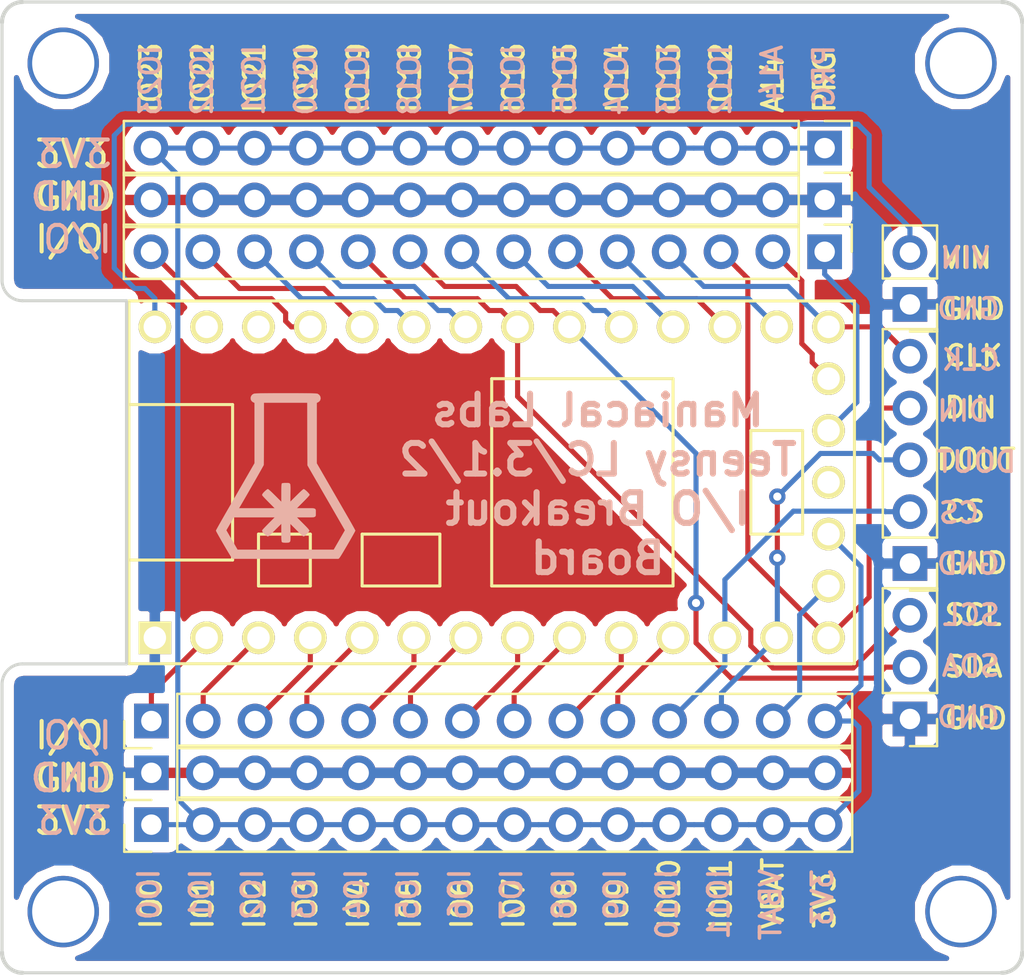
<source format=kicad_pcb>
(kicad_pcb (version 20171130) (host pcbnew "(5.0.0)")

  (general
    (thickness 1.6)
    (drawings 96)
    (tracks 182)
    (zones 0)
    (modules 15)
    (nets 34)
  )

  (page A4)
  (layers
    (0 F.Cu signal)
    (31 B.Cu signal)
    (32 B.Adhes user)
    (33 F.Adhes user)
    (34 B.Paste user)
    (35 F.Paste user)
    (36 B.SilkS user)
    (37 F.SilkS user)
    (38 B.Mask user)
    (39 F.Mask user)
    (40 Dwgs.User user)
    (41 Cmts.User user)
    (42 Eco1.User user)
    (43 Eco2.User user)
    (44 Edge.Cuts user)
    (45 Margin user)
    (46 B.CrtYd user hide)
    (47 F.CrtYd user hide)
    (48 B.Fab user)
    (49 F.Fab user hide)
  )

  (setup
    (last_trace_width 0.25)
    (trace_clearance 0.2)
    (zone_clearance 0.508)
    (zone_45_only no)
    (trace_min 0.2)
    (segment_width 0.2)
    (edge_width 0.15)
    (via_size 0.8)
    (via_drill 0.4)
    (via_min_size 0.4)
    (via_min_drill 0.3)
    (uvia_size 0.3)
    (uvia_drill 0.1)
    (uvias_allowed no)
    (uvia_min_size 0.2)
    (uvia_min_drill 0.1)
    (pcb_text_width 0.3)
    (pcb_text_size 1.5 1.5)
    (mod_edge_width 0.15)
    (mod_text_size 1 1)
    (mod_text_width 0.15)
    (pad_size 3.5 3.5)
    (pad_drill 3.048)
    (pad_to_mask_clearance 0.2)
    (aux_axis_origin 0 0)
    (visible_elements 7FFFF77F)
    (pcbplotparams
      (layerselection 0x010fc_ffffffff)
      (usegerberextensions false)
      (usegerberattributes false)
      (usegerberadvancedattributes false)
      (creategerberjobfile false)
      (excludeedgelayer true)
      (linewidth 0.100000)
      (plotframeref false)
      (viasonmask false)
      (mode 1)
      (useauxorigin false)
      (hpglpennumber 1)
      (hpglpenspeed 20)
      (hpglpendiameter 15.000000)
      (psnegative false)
      (psa4output false)
      (plotreference true)
      (plotvalue true)
      (plotinvisibletext false)
      (padsonsilk false)
      (subtractmaskfromsilk false)
      (outputformat 1)
      (mirror false)
      (drillshape 1)
      (scaleselection 1)
      (outputdirectory ""))
  )

  (net 0 "")
  (net 1 GND)
  (net 2 IO_0)
  (net 3 IO_1)
  (net 4 IO_2)
  (net 5 IO_3)
  (net 6 IO_4)
  (net 7 IO_5)
  (net 8 IO_6)
  (net 9 IO_7)
  (net 10 IO_8)
  (net 11 IO_9)
  (net 12 IO_10)
  (net 13 IO_11)
  (net 14 IO_12)
  (net 15 IO_13)
  (net 16 IO_14)
  (net 17 IO_15)
  (net 18 Vin)
  (net 19 IO_16)
  (net 20 IO_17)
  (net 21 IO_18)
  (net 22 IO_19)
  (net 23 IO_20)
  (net 24 IO_21)
  (net 25 IO_22)
  (net 26 IO_23)
  (net 27 "Net-(U1-Pad31)")
  (net 28 "Net-(U1-Pad32)")
  (net 29 3V3)
  (net 30 VBAT)
  (net 31 PROG)
  (net 32 A14)
  (net 33 "Net-(U1-Pad17)")

  (net_class Default "This is the default net class."
    (clearance 0.2)
    (trace_width 0.25)
    (via_dia 0.8)
    (via_drill 0.4)
    (uvia_dia 0.3)
    (uvia_drill 0.1)
    (add_net 3V3)
    (add_net A14)
    (add_net GND)
    (add_net IO_0)
    (add_net IO_1)
    (add_net IO_10)
    (add_net IO_11)
    (add_net IO_12)
    (add_net IO_13)
    (add_net IO_14)
    (add_net IO_15)
    (add_net IO_16)
    (add_net IO_17)
    (add_net IO_18)
    (add_net IO_19)
    (add_net IO_2)
    (add_net IO_20)
    (add_net IO_21)
    (add_net IO_22)
    (add_net IO_23)
    (add_net IO_3)
    (add_net IO_4)
    (add_net IO_5)
    (add_net IO_6)
    (add_net IO_7)
    (add_net IO_8)
    (add_net IO_9)
    (add_net "Net-(U1-Pad17)")
    (add_net "Net-(U1-Pad31)")
    (add_net "Net-(U1-Pad32)")
    (add_net PROG)
    (add_net VBAT)
    (add_net Vin)
  )

  (module Pin_Headers:Pin_Header_Straight_1x05_Pitch2.54mm (layer F.Cu) (tedit 5BBD2DF9) (tstamp 5BE23341)
    (at 150.5 42.48 180)
    (descr "Through hole straight pin header, 1x05, 2.54mm pitch, single row")
    (tags "Through hole pin header THT 1x05 2.54mm single row")
    (path /5BC1AC24)
    (fp_text reference J6 (at 0 -2.33 180) (layer F.SilkS) hide
      (effects (font (size 1 1) (thickness 0.15)))
    )
    (fp_text value Conn_01x05_Male (at 0 12.49 180) (layer F.Fab)
      (effects (font (size 1 1) (thickness 0.15)))
    )
    (fp_text user %R (at 0 5.08 270) (layer F.Fab)
      (effects (font (size 1 1) (thickness 0.15)))
    )
    (fp_line (start 1.8 -1.8) (end -1.8 -1.8) (layer F.CrtYd) (width 0.05))
    (fp_line (start 1.8 11.95) (end 1.8 -1.8) (layer F.CrtYd) (width 0.05))
    (fp_line (start -1.8 11.95) (end 1.8 11.95) (layer F.CrtYd) (width 0.05))
    (fp_line (start -1.8 -1.8) (end -1.8 11.95) (layer F.CrtYd) (width 0.05))
    (fp_line (start -1.33 -1.33) (end 0 -1.33) (layer F.SilkS) (width 0.12))
    (fp_line (start -1.33 0) (end -1.33 -1.33) (layer F.SilkS) (width 0.12))
    (fp_line (start -1.33 1.27) (end 1.33 1.27) (layer F.SilkS) (width 0.12))
    (fp_line (start 1.33 1.27) (end 1.33 11.49) (layer F.SilkS) (width 0.12))
    (fp_line (start -1.33 1.27) (end -1.33 11.49) (layer F.SilkS) (width 0.12))
    (fp_line (start -1.33 11.49) (end 1.33 11.49) (layer F.SilkS) (width 0.12))
    (fp_line (start -1.27 -0.635) (end -0.635 -1.27) (layer F.Fab) (width 0.1))
    (fp_line (start -1.27 11.43) (end -1.27 -0.635) (layer F.Fab) (width 0.1))
    (fp_line (start 1.27 11.43) (end -1.27 11.43) (layer F.Fab) (width 0.1))
    (fp_line (start 1.27 -1.27) (end 1.27 11.43) (layer F.Fab) (width 0.1))
    (fp_line (start -0.635 -1.27) (end 1.27 -1.27) (layer F.Fab) (width 0.1))
    (pad 5 thru_hole oval (at 0 10.16 180) (size 1.7 1.7) (drill 1) (layers *.Cu *.Mask)
      (net 15 IO_13))
    (pad 4 thru_hole oval (at 0 7.62 180) (size 1.7 1.7) (drill 1) (layers *.Cu *.Mask)
      (net 14 IO_12))
    (pad 3 thru_hole oval (at 0 5.08 180) (size 1.7 1.7) (drill 1) (layers *.Cu *.Mask)
      (net 13 IO_11))
    (pad 2 thru_hole oval (at 0 2.54 180) (size 1.7 1.7) (drill 1) (layers *.Cu *.Mask)
      (net 12 IO_10))
    (pad 1 thru_hole rect (at 0 0 180) (size 1.7 1.7) (drill 1) (layers *.Cu *.Mask)
      (net 1 GND))
    (model ${KISYS3DMOD}/Pin_Headers.3dshapes/Pin_Header_Straight_1x05_Pitch2.54mm.wrl
      (at (xyz 0 0 0))
      (scale (xyz 1 1 1))
      (rotate (xyz 0 0 0))
    )
  )

  (module Teensy32NoCenterPads:Teensy30_31_32_LC_EdgePads (layer F.Cu) (tedit 5BBD30F2) (tstamp 5BBD36FD)
    (at 130 38.5)
    (path /5BA175FA)
    (fp_text reference U1 (at 0 -10.16) (layer F.SilkS) hide
      (effects (font (size 1 1) (thickness 0.15)))
    )
    (fp_text value Teensy3.2 (at 0 10.16) (layer F.Fab)
      (effects (font (size 1 1) (thickness 0.15)))
    )
    (fp_line (start -6.35 5.08) (end -2.54 5.08) (layer F.SilkS) (width 0.15))
    (fp_line (start -2.54 5.08) (end -2.54 2.54) (layer F.SilkS) (width 0.15))
    (fp_line (start -2.54 2.54) (end -6.35 2.54) (layer F.SilkS) (width 0.15))
    (fp_line (start -6.35 2.54) (end -6.35 5.08) (layer F.SilkS) (width 0.15))
    (fp_line (start -12.7 3.81) (end -12.7 -3.81) (layer F.SilkS) (width 0.15))
    (fp_line (start -12.7 -3.81) (end -17.78 -3.81) (layer F.SilkS) (width 0.15))
    (fp_line (start -12.7 3.81) (end -17.78 3.81) (layer F.SilkS) (width 0.15))
    (fp_line (start -11.43 5.08) (end -8.89 5.08) (layer F.SilkS) (width 0.15))
    (fp_line (start -8.89 5.08) (end -8.89 2.54) (layer F.SilkS) (width 0.15))
    (fp_line (start -8.89 2.54) (end -11.43 2.54) (layer F.SilkS) (width 0.15))
    (fp_line (start -11.43 2.54) (end -11.43 5.08) (layer F.SilkS) (width 0.15))
    (fp_line (start 15.24 -2.54) (end 15.24 2.54) (layer F.SilkS) (width 0.15))
    (fp_line (start 15.24 2.54) (end 12.7 2.54) (layer F.SilkS) (width 0.15))
    (fp_line (start 12.7 2.54) (end 12.7 -2.54) (layer F.SilkS) (width 0.15))
    (fp_line (start 12.7 -2.54) (end 15.24 -2.54) (layer F.SilkS) (width 0.15))
    (fp_line (start 8.89 5.08) (end 8.89 -5.08) (layer F.SilkS) (width 0.15))
    (fp_line (start 0 -5.08) (end 0 5.08) (layer F.SilkS) (width 0.15))
    (fp_line (start 8.89 -5.08) (end 0 -5.08) (layer F.SilkS) (width 0.15))
    (fp_line (start 8.89 5.08) (end 0 5.08) (layer F.SilkS) (width 0.15))
    (fp_line (start -17.78 -8.89) (end 17.78 -8.89) (layer F.SilkS) (width 0.15))
    (fp_line (start 17.78 -8.89) (end 17.78 8.89) (layer F.SilkS) (width 0.15))
    (fp_line (start 17.78 8.89) (end -17.78 8.89) (layer F.SilkS) (width 0.15))
    (fp_line (start -17.78 8.89) (end -17.78 -8.89) (layer F.SilkS) (width 0.15))
    (pad 17 thru_hole circle (at 16.51 0) (size 1.6 1.6) (drill 1.1) (layers *.Cu *.Mask F.SilkS)
      (net 33 "Net-(U1-Pad17)"))
    (pad 18 thru_hole circle (at 16.51 -2.54) (size 1.6 1.6) (drill 1.1) (layers *.Cu *.Mask F.SilkS)
      (net 31 PROG))
    (pad 19 thru_hole circle (at 16.51 -5.08) (size 1.6 1.6) (drill 1.1) (layers *.Cu *.Mask F.SilkS)
      (net 32 A14))
    (pad 20 thru_hole circle (at 16.51 -7.62) (size 1.6 1.6) (drill 1.1) (layers *.Cu *.Mask F.SilkS)
      (net 15 IO_13))
    (pad 16 thru_hole circle (at 16.51 2.54) (size 1.6 1.6) (drill 1.1) (layers *.Cu *.Mask F.SilkS)
      (net 29 3V3))
    (pad 15 thru_hole circle (at 16.51 5.08) (size 1.6 1.6) (drill 1.1) (layers *.Cu *.Mask F.SilkS)
      (net 30 VBAT))
    (pad 14 thru_hole circle (at 16.51 7.62) (size 1.6 1.6) (drill 1.1) (layers *.Cu *.Mask F.SilkS)
      (net 14 IO_12))
    (pad 21 thru_hole circle (at 13.97 -7.62) (size 1.6 1.6) (drill 1.1) (layers *.Cu *.Mask F.SilkS)
      (net 16 IO_14))
    (pad 22 thru_hole circle (at 11.43 -7.62) (size 1.6 1.6) (drill 1.1) (layers *.Cu *.Mask F.SilkS)
      (net 17 IO_15))
    (pad 23 thru_hole circle (at 8.89 -7.62) (size 1.6 1.6) (drill 1.1) (layers *.Cu *.Mask F.SilkS)
      (net 19 IO_16))
    (pad 24 thru_hole circle (at 6.35 -7.62) (size 1.6 1.6) (drill 1.1) (layers *.Cu *.Mask F.SilkS)
      (net 20 IO_17))
    (pad 25 thru_hole circle (at 3.81 -7.62) (size 1.6 1.6) (drill 1.1) (layers *.Cu *.Mask F.SilkS)
      (net 21 IO_18))
    (pad 26 thru_hole circle (at 1.27 -7.62) (size 1.6 1.6) (drill 1.1) (layers *.Cu *.Mask F.SilkS)
      (net 22 IO_19))
    (pad 27 thru_hole circle (at -1.27 -7.62) (size 1.6 1.6) (drill 1.1) (layers *.Cu *.Mask F.SilkS)
      (net 23 IO_20))
    (pad 28 thru_hole circle (at -3.81 -7.62) (size 1.6 1.6) (drill 1.1) (layers *.Cu *.Mask F.SilkS)
      (net 24 IO_21))
    (pad 29 thru_hole circle (at -6.35 -7.62) (size 1.6 1.6) (drill 1.1) (layers *.Cu *.Mask F.SilkS)
      (net 25 IO_22))
    (pad 30 thru_hole circle (at -8.89 -7.62) (size 1.6 1.6) (drill 1.1) (layers *.Cu *.Mask F.SilkS)
      (net 26 IO_23))
    (pad 31 thru_hole circle (at -11.43 -7.62) (size 1.6 1.6) (drill 1.1) (layers *.Cu *.Mask F.SilkS)
      (net 27 "Net-(U1-Pad31)"))
    (pad 32 thru_hole circle (at -13.97 -7.62) (size 1.6 1.6) (drill 1.1) (layers *.Cu *.Mask F.SilkS)
      (net 28 "Net-(U1-Pad32)"))
    (pad 33 thru_hole circle (at -16.51 -7.62) (size 1.6 1.6) (drill 1.1) (layers *.Cu *.Mask F.SilkS)
      (net 18 Vin))
    (pad 13 thru_hole circle (at 13.97 7.62) (size 1.6 1.6) (drill 1.1) (layers *.Cu *.Mask F.SilkS)
      (net 13 IO_11))
    (pad 12 thru_hole circle (at 11.43 7.62) (size 1.6 1.6) (drill 1.1) (layers *.Cu *.Mask F.SilkS)
      (net 12 IO_10))
    (pad 11 thru_hole circle (at 8.89 7.62) (size 1.6 1.6) (drill 1.1) (layers *.Cu *.Mask F.SilkS)
      (net 11 IO_9))
    (pad 10 thru_hole circle (at 6.35 7.62) (size 1.6 1.6) (drill 1.1) (layers *.Cu *.Mask F.SilkS)
      (net 10 IO_8))
    (pad 9 thru_hole circle (at 3.81 7.62) (size 1.6 1.6) (drill 1.1) (layers *.Cu *.Mask F.SilkS)
      (net 9 IO_7))
    (pad 8 thru_hole circle (at 1.27 7.62) (size 1.6 1.6) (drill 1.1) (layers *.Cu *.Mask F.SilkS)
      (net 8 IO_6))
    (pad 7 thru_hole circle (at -1.27 7.62) (size 1.6 1.6) (drill 1.1) (layers *.Cu *.Mask F.SilkS)
      (net 7 IO_5))
    (pad 6 thru_hole circle (at -3.81 7.62) (size 1.6 1.6) (drill 1.1) (layers *.Cu *.Mask F.SilkS)
      (net 6 IO_4))
    (pad 5 thru_hole circle (at -6.35 7.62) (size 1.6 1.6) (drill 1.1) (layers *.Cu *.Mask F.SilkS)
      (net 5 IO_3))
    (pad 4 thru_hole circle (at -8.89 7.62) (size 1.6 1.6) (drill 1.1) (layers *.Cu *.Mask F.SilkS)
      (net 4 IO_2))
    (pad 3 thru_hole circle (at -11.43 7.62) (size 1.6 1.6) (drill 1.1) (layers *.Cu *.Mask F.SilkS)
      (net 3 IO_1))
    (pad 2 thru_hole circle (at -13.97 7.62) (size 1.6 1.6) (drill 1.1) (layers *.Cu *.Mask F.SilkS)
      (net 2 IO_0))
    (pad 1 thru_hole rect (at -16.51 7.62) (size 1.6 1.6) (drill 1.1) (layers *.Cu *.Mask F.SilkS)
      (net 1 GND))
  )

  (module mount:mount (layer F.Cu) (tedit 5BBD26A7) (tstamp 5BBD2716)
    (at 153 59.54)
    (descr "3mm mount hole for 5.25mm standoff")
    (tags DEV)
    (fp_text reference REF** (at 0 -3.048) (layer F.SilkS) hide
      (effects (font (size 1 1) (thickness 0.15)))
    )
    (fp_text value mount (at 0 3) (layer F.Fab) hide
      (effects (font (size 1 1) (thickness 0.15)))
    )
    (fp_circle (center 0 0) (end 2.6 0) (layer F.CrtYd) (width 0.05))
    (pad "" thru_hole circle (at 0 0) (size 3.5 3.5) (drill 3.048) (layers *.Cu *.Mask))
  )

  (module mount:mount (layer F.Cu) (tedit 5BBD26A7) (tstamp 5BBD270B)
    (at 153 17.96)
    (descr "3mm mount hole for 5.25mm standoff")
    (tags DEV)
    (fp_text reference REF** (at 0 -3.048) (layer F.SilkS) hide
      (effects (font (size 1 1) (thickness 0.15)))
    )
    (fp_text value mount (at 0 3) (layer F.Fab) hide
      (effects (font (size 1 1) (thickness 0.15)))
    )
    (fp_circle (center 0 0) (end 2.6 0) (layer F.CrtYd) (width 0.05))
    (pad "" thru_hole circle (at 0 0) (size 3.5 3.5) (drill 3.048) (layers *.Cu *.Mask))
  )

  (module mount:mount (layer F.Cu) (tedit 5BBD26A7) (tstamp 5BBD26AD)
    (at 109 17.96)
    (descr "3mm mount hole for 5.25mm standoff")
    (tags DEV)
    (fp_text reference REF** (at 0 -3.048) (layer F.SilkS) hide
      (effects (font (size 1 1) (thickness 0.15)))
    )
    (fp_text value mount (at 0 3) (layer F.Fab) hide
      (effects (font (size 1 1) (thickness 0.15)))
    )
    (fp_circle (center 0 0) (end 2.6 0) (layer F.CrtYd) (width 0.05))
    (pad "" thru_hole circle (at 0 0) (size 3.5 3.5) (drill 3.048) (layers *.Cu *.Mask))
  )

  (module Pin_Headers:Pin_Header_Straight_1x14_Pitch2.54mm (layer F.Cu) (tedit 5BBD2099) (tstamp 5BBD1D02)
    (at 113.32 50.2 90)
    (descr "Through hole straight pin header, 1x14, 2.54mm pitch, single row")
    (tags "Through hole pin header THT 1x14 2.54mm single row")
    (path /5BBD5EBF)
    (fp_text reference J1 (at 0 -2.33 90) (layer F.SilkS) hide
      (effects (font (size 1 1) (thickness 0.15)))
    )
    (fp_text value Conn_01x14_Male (at 0 35.35 90) (layer F.Fab)
      (effects (font (size 1 1) (thickness 0.15)))
    )
    (fp_text user %R (at 0 16.51 180) (layer F.Fab)
      (effects (font (size 1 1) (thickness 0.15)))
    )
    (fp_line (start 1.8 -1.8) (end -1.8 -1.8) (layer F.CrtYd) (width 0.05))
    (fp_line (start 1.8 34.8) (end 1.8 -1.8) (layer F.CrtYd) (width 0.05))
    (fp_line (start -1.8 34.8) (end 1.8 34.8) (layer F.CrtYd) (width 0.05))
    (fp_line (start -1.8 -1.8) (end -1.8 34.8) (layer F.CrtYd) (width 0.05))
    (fp_line (start -1.33 -1.33) (end 0 -1.33) (layer F.SilkS) (width 0.12))
    (fp_line (start -1.33 0) (end -1.33 -1.33) (layer F.SilkS) (width 0.12))
    (fp_line (start -1.33 1.27) (end 1.33 1.27) (layer F.SilkS) (width 0.12))
    (fp_line (start 1.33 1.27) (end 1.33 34.35) (layer F.SilkS) (width 0.12))
    (fp_line (start -1.33 1.27) (end -1.33 34.35) (layer F.SilkS) (width 0.12))
    (fp_line (start -1.33 34.35) (end 1.33 34.35) (layer F.SilkS) (width 0.12))
    (fp_line (start -1.27 -0.635) (end -0.635 -1.27) (layer F.Fab) (width 0.1))
    (fp_line (start -1.27 34.29) (end -1.27 -0.635) (layer F.Fab) (width 0.1))
    (fp_line (start 1.27 34.29) (end -1.27 34.29) (layer F.Fab) (width 0.1))
    (fp_line (start 1.27 -1.27) (end 1.27 34.29) (layer F.Fab) (width 0.1))
    (fp_line (start -0.635 -1.27) (end 1.27 -1.27) (layer F.Fab) (width 0.1))
    (pad 14 thru_hole oval (at 0 33.02 90) (size 1.7 1.7) (drill 1) (layers *.Cu *.Mask)
      (net 29 3V3))
    (pad 13 thru_hole oval (at 0 30.48 90) (size 1.7 1.7) (drill 1) (layers *.Cu *.Mask)
      (net 30 VBAT))
    (pad 12 thru_hole oval (at 0 27.94 90) (size 1.7 1.7) (drill 1) (layers *.Cu *.Mask)
      (net 13 IO_11))
    (pad 11 thru_hole oval (at 0 25.4 90) (size 1.7 1.7) (drill 1) (layers *.Cu *.Mask)
      (net 12 IO_10))
    (pad 10 thru_hole oval (at 0 22.86 90) (size 1.7 1.7) (drill 1) (layers *.Cu *.Mask)
      (net 11 IO_9))
    (pad 9 thru_hole oval (at 0 20.32 90) (size 1.7 1.7) (drill 1) (layers *.Cu *.Mask)
      (net 10 IO_8))
    (pad 8 thru_hole oval (at 0 17.78 90) (size 1.7 1.7) (drill 1) (layers *.Cu *.Mask)
      (net 9 IO_7))
    (pad 7 thru_hole oval (at 0 15.24 90) (size 1.7 1.7) (drill 1) (layers *.Cu *.Mask)
      (net 8 IO_6))
    (pad 6 thru_hole oval (at 0 12.7 90) (size 1.7 1.7) (drill 1) (layers *.Cu *.Mask)
      (net 7 IO_5))
    (pad 5 thru_hole oval (at 0 10.16 90) (size 1.7 1.7) (drill 1) (layers *.Cu *.Mask)
      (net 6 IO_4))
    (pad 4 thru_hole oval (at 0 7.62 90) (size 1.7 1.7) (drill 1) (layers *.Cu *.Mask)
      (net 5 IO_3))
    (pad 3 thru_hole oval (at 0 5.08 90) (size 1.7 1.7) (drill 1) (layers *.Cu *.Mask)
      (net 4 IO_2))
    (pad 2 thru_hole oval (at 0 2.54 90) (size 1.7 1.7) (drill 1) (layers *.Cu *.Mask)
      (net 3 IO_1))
    (pad 1 thru_hole rect (at 0 0 90) (size 1.7 1.7) (drill 1) (layers *.Cu *.Mask)
      (net 2 IO_0))
    (model ${KISYS3DMOD}/Pin_Headers.3dshapes/Pin_Header_Straight_1x14_Pitch2.54mm.wrl
      (at (xyz 0 0 0))
      (scale (xyz 1 1 1))
      (rotate (xyz 0 0 0))
    )
  )

  (module Pin_Headers:Pin_Header_Straight_1x14_Pitch2.54mm (layer F.Cu) (tedit 5BBD20A0) (tstamp 5BBD1D23)
    (at 113.32 52.74 90)
    (descr "Through hole straight pin header, 1x14, 2.54mm pitch, single row")
    (tags "Through hole pin header THT 1x14 2.54mm single row")
    (path /5BBDA01C)
    (fp_text reference J2 (at 0 -2.33 90) (layer F.SilkS) hide
      (effects (font (size 1 1) (thickness 0.15)))
    )
    (fp_text value Conn_01x14_Male (at 0 35.35 90) (layer F.Fab)
      (effects (font (size 1 1) (thickness 0.15)))
    )
    (fp_line (start -0.635 -1.27) (end 1.27 -1.27) (layer F.Fab) (width 0.1))
    (fp_line (start 1.27 -1.27) (end 1.27 34.29) (layer F.Fab) (width 0.1))
    (fp_line (start 1.27 34.29) (end -1.27 34.29) (layer F.Fab) (width 0.1))
    (fp_line (start -1.27 34.29) (end -1.27 -0.635) (layer F.Fab) (width 0.1))
    (fp_line (start -1.27 -0.635) (end -0.635 -1.27) (layer F.Fab) (width 0.1))
    (fp_line (start -1.33 34.35) (end 1.33 34.35) (layer F.SilkS) (width 0.12))
    (fp_line (start -1.33 1.27) (end -1.33 34.35) (layer F.SilkS) (width 0.12))
    (fp_line (start 1.33 1.27) (end 1.33 34.35) (layer F.SilkS) (width 0.12))
    (fp_line (start -1.33 1.27) (end 1.33 1.27) (layer F.SilkS) (width 0.12))
    (fp_line (start -1.33 0) (end -1.33 -1.33) (layer F.SilkS) (width 0.12))
    (fp_line (start -1.33 -1.33) (end 0 -1.33) (layer F.SilkS) (width 0.12))
    (fp_line (start -1.8 -1.8) (end -1.8 34.8) (layer F.CrtYd) (width 0.05))
    (fp_line (start -1.8 34.8) (end 1.8 34.8) (layer F.CrtYd) (width 0.05))
    (fp_line (start 1.8 34.8) (end 1.8 -1.8) (layer F.CrtYd) (width 0.05))
    (fp_line (start 1.8 -1.8) (end -1.8 -1.8) (layer F.CrtYd) (width 0.05))
    (fp_text user %R (at 0 16.51 180) (layer F.Fab)
      (effects (font (size 1 1) (thickness 0.15)))
    )
    (pad 1 thru_hole rect (at 0 0 90) (size 1.7 1.7) (drill 1) (layers *.Cu *.Mask)
      (net 1 GND))
    (pad 2 thru_hole oval (at 0 2.54 90) (size 1.7 1.7) (drill 1) (layers *.Cu *.Mask)
      (net 1 GND))
    (pad 3 thru_hole oval (at 0 5.08 90) (size 1.7 1.7) (drill 1) (layers *.Cu *.Mask)
      (net 1 GND))
    (pad 4 thru_hole oval (at 0 7.62 90) (size 1.7 1.7) (drill 1) (layers *.Cu *.Mask)
      (net 1 GND))
    (pad 5 thru_hole oval (at 0 10.16 90) (size 1.7 1.7) (drill 1) (layers *.Cu *.Mask)
      (net 1 GND))
    (pad 6 thru_hole oval (at 0 12.7 90) (size 1.7 1.7) (drill 1) (layers *.Cu *.Mask)
      (net 1 GND))
    (pad 7 thru_hole oval (at 0 15.24 90) (size 1.7 1.7) (drill 1) (layers *.Cu *.Mask)
      (net 1 GND))
    (pad 8 thru_hole oval (at 0 17.78 90) (size 1.7 1.7) (drill 1) (layers *.Cu *.Mask)
      (net 1 GND))
    (pad 9 thru_hole oval (at 0 20.32 90) (size 1.7 1.7) (drill 1) (layers *.Cu *.Mask)
      (net 1 GND))
    (pad 10 thru_hole oval (at 0 22.86 90) (size 1.7 1.7) (drill 1) (layers *.Cu *.Mask)
      (net 1 GND))
    (pad 11 thru_hole oval (at 0 25.4 90) (size 1.7 1.7) (drill 1) (layers *.Cu *.Mask)
      (net 1 GND))
    (pad 12 thru_hole oval (at 0 27.94 90) (size 1.7 1.7) (drill 1) (layers *.Cu *.Mask)
      (net 1 GND))
    (pad 13 thru_hole oval (at 0 30.48 90) (size 1.7 1.7) (drill 1) (layers *.Cu *.Mask)
      (net 1 GND))
    (pad 14 thru_hole oval (at 0 33.02 90) (size 1.7 1.7) (drill 1) (layers *.Cu *.Mask)
      (net 1 GND))
    (model ${KISYS3DMOD}/Pin_Headers.3dshapes/Pin_Header_Straight_1x14_Pitch2.54mm.wrl
      (at (xyz 0 0 0))
      (scale (xyz 1 1 1))
      (rotate (xyz 0 0 0))
    )
  )

  (module Pin_Headers:Pin_Header_Straight_1x14_Pitch2.54mm (layer F.Cu) (tedit 5BBD208F) (tstamp 5BBD1D44)
    (at 146.32 27.2 270)
    (descr "Through hole straight pin header, 1x14, 2.54mm pitch, single row")
    (tags "Through hole pin header THT 1x14 2.54mm single row")
    (path /5BBD5F70)
    (fp_text reference J3 (at 0 -2.33 270) (layer F.SilkS) hide
      (effects (font (size 1 1) (thickness 0.15)))
    )
    (fp_text value Conn_01x14_Male (at 0 35.35 270) (layer F.Fab)
      (effects (font (size 1 1) (thickness 0.15)))
    )
    (fp_line (start -0.635 -1.27) (end 1.27 -1.27) (layer F.Fab) (width 0.1))
    (fp_line (start 1.27 -1.27) (end 1.27 34.29) (layer F.Fab) (width 0.1))
    (fp_line (start 1.27 34.29) (end -1.27 34.29) (layer F.Fab) (width 0.1))
    (fp_line (start -1.27 34.29) (end -1.27 -0.635) (layer F.Fab) (width 0.1))
    (fp_line (start -1.27 -0.635) (end -0.635 -1.27) (layer F.Fab) (width 0.1))
    (fp_line (start -1.33 34.35) (end 1.33 34.35) (layer F.SilkS) (width 0.12))
    (fp_line (start -1.33 1.27) (end -1.33 34.35) (layer F.SilkS) (width 0.12))
    (fp_line (start 1.33 1.27) (end 1.33 34.35) (layer F.SilkS) (width 0.12))
    (fp_line (start -1.33 1.27) (end 1.33 1.27) (layer F.SilkS) (width 0.12))
    (fp_line (start -1.33 0) (end -1.33 -1.33) (layer F.SilkS) (width 0.12))
    (fp_line (start -1.33 -1.33) (end 0 -1.33) (layer F.SilkS) (width 0.12))
    (fp_line (start -1.8 -1.8) (end -1.8 34.8) (layer F.CrtYd) (width 0.05))
    (fp_line (start -1.8 34.8) (end 1.8 34.8) (layer F.CrtYd) (width 0.05))
    (fp_line (start 1.8 34.8) (end 1.8 -1.8) (layer F.CrtYd) (width 0.05))
    (fp_line (start 1.8 -1.8) (end -1.8 -1.8) (layer F.CrtYd) (width 0.05))
    (fp_text user %R (at 0 16.51) (layer F.Fab)
      (effects (font (size 1 1) (thickness 0.15)))
    )
    (pad 1 thru_hole rect (at 0 0 270) (size 1.7 1.7) (drill 1) (layers *.Cu *.Mask)
      (net 31 PROG))
    (pad 2 thru_hole oval (at 0 2.54 270) (size 1.7 1.7) (drill 1) (layers *.Cu *.Mask)
      (net 32 A14))
    (pad 3 thru_hole oval (at 0 5.08 270) (size 1.7 1.7) (drill 1) (layers *.Cu *.Mask)
      (net 14 IO_12))
    (pad 4 thru_hole oval (at 0 7.62 270) (size 1.7 1.7) (drill 1) (layers *.Cu *.Mask)
      (net 15 IO_13))
    (pad 5 thru_hole oval (at 0 10.16 270) (size 1.7 1.7) (drill 1) (layers *.Cu *.Mask)
      (net 16 IO_14))
    (pad 6 thru_hole oval (at 0 12.7 270) (size 1.7 1.7) (drill 1) (layers *.Cu *.Mask)
      (net 17 IO_15))
    (pad 7 thru_hole oval (at 0 15.24 270) (size 1.7 1.7) (drill 1) (layers *.Cu *.Mask)
      (net 19 IO_16))
    (pad 8 thru_hole oval (at 0 17.78 270) (size 1.7 1.7) (drill 1) (layers *.Cu *.Mask)
      (net 20 IO_17))
    (pad 9 thru_hole oval (at 0 20.32 270) (size 1.7 1.7) (drill 1) (layers *.Cu *.Mask)
      (net 21 IO_18))
    (pad 10 thru_hole oval (at 0 22.86 270) (size 1.7 1.7) (drill 1) (layers *.Cu *.Mask)
      (net 22 IO_19))
    (pad 11 thru_hole oval (at 0 25.4 270) (size 1.7 1.7) (drill 1) (layers *.Cu *.Mask)
      (net 23 IO_20))
    (pad 12 thru_hole oval (at 0 27.94 270) (size 1.7 1.7) (drill 1) (layers *.Cu *.Mask)
      (net 24 IO_21))
    (pad 13 thru_hole oval (at 0 30.48 270) (size 1.7 1.7) (drill 1) (layers *.Cu *.Mask)
      (net 25 IO_22))
    (pad 14 thru_hole oval (at 0 33.02 270) (size 1.7 1.7) (drill 1) (layers *.Cu *.Mask)
      (net 26 IO_23))
    (model ${KISYS3DMOD}/Pin_Headers.3dshapes/Pin_Header_Straight_1x14_Pitch2.54mm.wrl
      (at (xyz 0 0 0))
      (scale (xyz 1 1 1))
      (rotate (xyz 0 0 0))
    )
  )

  (module Pin_Headers:Pin_Header_Straight_1x14_Pitch2.54mm (layer F.Cu) (tedit 5BBD2094) (tstamp 5BBD1F5A)
    (at 146.32 24.66 270)
    (descr "Through hole straight pin header, 1x14, 2.54mm pitch, single row")
    (tags "Through hole pin header THT 1x14 2.54mm single row")
    (path /5BBD8B92)
    (fp_text reference J4 (at 0 -2.33 270) (layer F.SilkS) hide
      (effects (font (size 1 1) (thickness 0.15)))
    )
    (fp_text value Conn_01x14_Male (at 0 35.35 270) (layer F.Fab)
      (effects (font (size 1 1) (thickness 0.15)))
    )
    (fp_text user %R (at 0 16.51) (layer F.Fab)
      (effects (font (size 1 1) (thickness 0.15)))
    )
    (fp_line (start 1.8 -1.8) (end -1.8 -1.8) (layer F.CrtYd) (width 0.05))
    (fp_line (start 1.8 34.8) (end 1.8 -1.8) (layer F.CrtYd) (width 0.05))
    (fp_line (start -1.8 34.8) (end 1.8 34.8) (layer F.CrtYd) (width 0.05))
    (fp_line (start -1.8 -1.8) (end -1.8 34.8) (layer F.CrtYd) (width 0.05))
    (fp_line (start -1.33 -1.33) (end 0 -1.33) (layer F.SilkS) (width 0.12))
    (fp_line (start -1.33 0) (end -1.33 -1.33) (layer F.SilkS) (width 0.12))
    (fp_line (start -1.33 1.27) (end 1.33 1.27) (layer F.SilkS) (width 0.12))
    (fp_line (start 1.33 1.27) (end 1.33 34.35) (layer F.SilkS) (width 0.12))
    (fp_line (start -1.33 1.27) (end -1.33 34.35) (layer F.SilkS) (width 0.12))
    (fp_line (start -1.33 34.35) (end 1.33 34.35) (layer F.SilkS) (width 0.12))
    (fp_line (start -1.27 -0.635) (end -0.635 -1.27) (layer F.Fab) (width 0.1))
    (fp_line (start -1.27 34.29) (end -1.27 -0.635) (layer F.Fab) (width 0.1))
    (fp_line (start 1.27 34.29) (end -1.27 34.29) (layer F.Fab) (width 0.1))
    (fp_line (start 1.27 -1.27) (end 1.27 34.29) (layer F.Fab) (width 0.1))
    (fp_line (start -0.635 -1.27) (end 1.27 -1.27) (layer F.Fab) (width 0.1))
    (pad 14 thru_hole oval (at 0 33.02 270) (size 1.7 1.7) (drill 1) (layers *.Cu *.Mask)
      (net 1 GND))
    (pad 13 thru_hole oval (at 0 30.48 270) (size 1.7 1.7) (drill 1) (layers *.Cu *.Mask)
      (net 1 GND))
    (pad 12 thru_hole oval (at 0 27.94 270) (size 1.7 1.7) (drill 1) (layers *.Cu *.Mask)
      (net 1 GND))
    (pad 11 thru_hole oval (at 0 25.4 270) (size 1.7 1.7) (drill 1) (layers *.Cu *.Mask)
      (net 1 GND))
    (pad 10 thru_hole oval (at 0 22.86 270) (size 1.7 1.7) (drill 1) (layers *.Cu *.Mask)
      (net 1 GND))
    (pad 9 thru_hole oval (at 0 20.32 270) (size 1.7 1.7) (drill 1) (layers *.Cu *.Mask)
      (net 1 GND))
    (pad 8 thru_hole oval (at 0 17.78 270) (size 1.7 1.7) (drill 1) (layers *.Cu *.Mask)
      (net 1 GND))
    (pad 7 thru_hole oval (at 0 15.24 270) (size 1.7 1.7) (drill 1) (layers *.Cu *.Mask)
      (net 1 GND))
    (pad 6 thru_hole oval (at 0 12.7 270) (size 1.7 1.7) (drill 1) (layers *.Cu *.Mask)
      (net 1 GND))
    (pad 5 thru_hole oval (at 0 10.16 270) (size 1.7 1.7) (drill 1) (layers *.Cu *.Mask)
      (net 1 GND))
    (pad 4 thru_hole oval (at 0 7.62 270) (size 1.7 1.7) (drill 1) (layers *.Cu *.Mask)
      (net 1 GND))
    (pad 3 thru_hole oval (at 0 5.08 270) (size 1.7 1.7) (drill 1) (layers *.Cu *.Mask)
      (net 1 GND))
    (pad 2 thru_hole oval (at 0 2.54 270) (size 1.7 1.7) (drill 1) (layers *.Cu *.Mask)
      (net 1 GND))
    (pad 1 thru_hole rect (at 0 0 270) (size 1.7 1.7) (drill 1) (layers *.Cu *.Mask)
      (net 1 GND))
    (model ${KISYS3DMOD}/Pin_Headers.3dshapes/Pin_Header_Straight_1x14_Pitch2.54mm.wrl
      (at (xyz 0 0 0))
      (scale (xyz 1 1 1))
      (rotate (xyz 0 0 0))
    )
  )

  (module Pin_Headers:Pin_Header_Straight_1x03_Pitch2.54mm (layer F.Cu) (tedit 5BBD2059) (tstamp 5BBD2E62)
    (at 150.5 50.1 180)
    (descr "Through hole straight pin header, 1x03, 2.54mm pitch, single row")
    (tags "Through hole pin header THT 1x03 2.54mm single row")
    (path /5BBF905E)
    (fp_text reference J5 (at 0 -2.33 180) (layer F.SilkS) hide
      (effects (font (size 1 1) (thickness 0.15)))
    )
    (fp_text value Conn_01x03_Male (at 0 7.41 180) (layer F.Fab)
      (effects (font (size 1 1) (thickness 0.15)))
    )
    (fp_text user %R (at 0 2.54 270) (layer F.Fab)
      (effects (font (size 1 1) (thickness 0.15)))
    )
    (fp_line (start 1.8 -1.8) (end -1.8 -1.8) (layer F.CrtYd) (width 0.05))
    (fp_line (start 1.8 6.85) (end 1.8 -1.8) (layer F.CrtYd) (width 0.05))
    (fp_line (start -1.8 6.85) (end 1.8 6.85) (layer F.CrtYd) (width 0.05))
    (fp_line (start -1.8 -1.8) (end -1.8 6.85) (layer F.CrtYd) (width 0.05))
    (fp_line (start -1.33 -1.33) (end 0 -1.33) (layer F.SilkS) (width 0.12))
    (fp_line (start -1.33 0) (end -1.33 -1.33) (layer F.SilkS) (width 0.12))
    (fp_line (start -1.33 1.27) (end 1.33 1.27) (layer F.SilkS) (width 0.12))
    (fp_line (start 1.33 1.27) (end 1.33 6.41) (layer F.SilkS) (width 0.12))
    (fp_line (start -1.33 1.27) (end -1.33 6.41) (layer F.SilkS) (width 0.12))
    (fp_line (start -1.33 6.41) (end 1.33 6.41) (layer F.SilkS) (width 0.12))
    (fp_line (start -1.27 -0.635) (end -0.635 -1.27) (layer F.Fab) (width 0.1))
    (fp_line (start -1.27 6.35) (end -1.27 -0.635) (layer F.Fab) (width 0.1))
    (fp_line (start 1.27 6.35) (end -1.27 6.35) (layer F.Fab) (width 0.1))
    (fp_line (start 1.27 -1.27) (end 1.27 6.35) (layer F.Fab) (width 0.1))
    (fp_line (start -0.635 -1.27) (end 1.27 -1.27) (layer F.Fab) (width 0.1))
    (pad 3 thru_hole oval (at 0 5.08 180) (size 1.7 1.7) (drill 1) (layers *.Cu *.Mask)
      (net 22 IO_19))
    (pad 2 thru_hole oval (at 0 2.54 180) (size 1.7 1.7) (drill 1) (layers *.Cu *.Mask)
      (net 21 IO_18))
    (pad 1 thru_hole rect (at 0 0 180) (size 1.7 1.7) (drill 1) (layers *.Cu *.Mask)
      (net 1 GND))
    (model ${KISYS3DMOD}/Pin_Headers.3dshapes/Pin_Header_Straight_1x03_Pitch2.54mm.wrl
      (at (xyz 0 0 0))
      (scale (xyz 1 1 1))
      (rotate (xyz 0 0 0))
    )
  )

  (module Pin_Headers:Pin_Header_Straight_1x02_Pitch2.54mm (layer F.Cu) (tedit 5BBD2051) (tstamp 5BBD38C0)
    (at 150.5 29.78 180)
    (descr "Through hole straight pin header, 1x02, 2.54mm pitch, single row")
    (tags "Through hole pin header THT 1x02 2.54mm single row")
    (path /5BA6CC3E)
    (fp_text reference J7 (at 0 -2.33 180) (layer F.SilkS) hide
      (effects (font (size 1 1) (thickness 0.15)))
    )
    (fp_text value Conn_01x02_Male (at 0 4.87 180) (layer F.Fab)
      (effects (font (size 1 1) (thickness 0.15)))
    )
    (fp_line (start -0.635 -1.27) (end 1.27 -1.27) (layer F.Fab) (width 0.1))
    (fp_line (start 1.27 -1.27) (end 1.27 3.81) (layer F.Fab) (width 0.1))
    (fp_line (start 1.27 3.81) (end -1.27 3.81) (layer F.Fab) (width 0.1))
    (fp_line (start -1.27 3.81) (end -1.27 -0.635) (layer F.Fab) (width 0.1))
    (fp_line (start -1.27 -0.635) (end -0.635 -1.27) (layer F.Fab) (width 0.1))
    (fp_line (start -1.33 3.87) (end 1.33 3.87) (layer F.SilkS) (width 0.12))
    (fp_line (start -1.33 1.27) (end -1.33 3.87) (layer F.SilkS) (width 0.12))
    (fp_line (start 1.33 1.27) (end 1.33 3.87) (layer F.SilkS) (width 0.12))
    (fp_line (start -1.33 1.27) (end 1.33 1.27) (layer F.SilkS) (width 0.12))
    (fp_line (start -1.33 0) (end -1.33 -1.33) (layer F.SilkS) (width 0.12))
    (fp_line (start -1.33 -1.33) (end 0 -1.33) (layer F.SilkS) (width 0.12))
    (fp_line (start -1.8 -1.8) (end -1.8 4.35) (layer F.CrtYd) (width 0.05))
    (fp_line (start -1.8 4.35) (end 1.8 4.35) (layer F.CrtYd) (width 0.05))
    (fp_line (start 1.8 4.35) (end 1.8 -1.8) (layer F.CrtYd) (width 0.05))
    (fp_line (start 1.8 -1.8) (end -1.8 -1.8) (layer F.CrtYd) (width 0.05))
    (fp_text user %R (at 0 1.27 270) (layer F.Fab)
      (effects (font (size 1 1) (thickness 0.15)))
    )
    (pad 1 thru_hole rect (at 0 0 180) (size 1.7 1.7) (drill 1) (layers *.Cu *.Mask)
      (net 1 GND))
    (pad 2 thru_hole oval (at 0 2.54 180) (size 1.7 1.7) (drill 1) (layers *.Cu *.Mask)
      (net 18 Vin))
    (model ${KISYS3DMOD}/Pin_Headers.3dshapes/Pin_Header_Straight_1x02_Pitch2.54mm.wrl
      (at (xyz 0 0 0))
      (scale (xyz 1 1 1))
      (rotate (xyz 0 0 0))
    )
  )

  (module LOGOS:logo_MLlabs_small (layer B.Cu) (tedit 0) (tstamp 5BBD3D83)
    (at 119.9 38.2 180)
    (fp_text reference G*** (at 0 0 180) (layer B.SilkS) hide
      (effects (font (size 1.524 1.524) (thickness 0.3)) (justify mirror))
    )
    (fp_text value LOGO (at 0.75 0 180) (layer B.SilkS) hide
      (effects (font (size 1.524 1.524) (thickness 0.3)) (justify mirror))
    )
    (fp_poly (pts (xy 0.280132 4.064859) (xy 0.46933 4.064296) (xy 0.651803 4.063447) (xy 0.824802 4.062307)
      (xy 0.98558 4.060879) (xy 1.131388 4.059163) (xy 1.259478 4.057157) (xy 1.367101 4.054863)
      (xy 1.451511 4.052281) (xy 1.509958 4.049409) (xy 1.539694 4.046249) (xy 1.541045 4.045899)
      (xy 1.61465 4.010199) (xy 1.668272 3.957046) (xy 1.701256 3.892418) (xy 1.712948 3.822294)
      (xy 1.702692 3.752654) (xy 1.669833 3.689475) (xy 1.613717 3.638736) (xy 1.587218 3.624447)
      (xy 1.524819 3.595688) (xy 1.524409 2.113859) (xy 1.524 0.632031) (xy 1.951194 -0.108641)
      (xy 2.041737 -0.265615) (xy 2.144897 -0.444444) (xy 2.257416 -0.639483) (xy 2.376038 -0.84509)
      (xy 2.497507 -1.05562) (xy 2.618568 -1.265429) (xy 2.735963 -1.468874) (xy 2.846437 -1.660312)
      (xy 2.895756 -1.74577) (xy 2.984967 -1.900722) (xy 3.069309 -2.047946) (xy 3.147458 -2.185082)
      (xy 3.218089 -2.309771) (xy 3.279877 -2.419652) (xy 3.331497 -2.512365) (xy 3.371624 -2.585552)
      (xy 3.398934 -2.636852) (xy 3.412102 -2.663905) (xy 3.413125 -2.667254) (xy 3.405259 -2.687854)
      (xy 3.382954 -2.73233) (xy 3.348145 -2.797359) (xy 3.302767 -2.879615) (xy 3.248756 -2.975774)
      (xy 3.188047 -3.082511) (xy 3.122577 -3.196503) (xy 3.054279 -3.314423) (xy 2.985091 -3.432948)
      (xy 2.916948 -3.548754) (xy 2.851784 -3.658515) (xy 2.791537 -3.758906) (xy 2.738141 -3.846605)
      (xy 2.693532 -3.918285) (xy 2.659645 -3.970622) (xy 2.638416 -4.000292) (xy 2.634599 -4.004468)
      (xy 2.587124 -4.048125) (xy -2.587125 -4.048125) (xy -2.6346 -4.004468) (xy -2.651394 -3.982746)
      (xy -2.681461 -3.937288) (xy -2.722866 -3.87142) (xy -2.773675 -3.788466) (xy -2.83195 -3.691753)
      (xy -2.895758 -3.584605) (xy -2.963162 -3.470346) (xy -3.032228 -3.352303) (xy -3.101019 -3.2338)
      (xy -3.1676 -3.118163) (xy -3.230037 -3.008717) (xy -3.286392 -2.908786) (xy -3.334733 -2.821695)
      (xy -3.373121 -2.750771) (xy -3.399623 -2.699338) (xy -3.412303 -2.67072) (xy -3.413126 -2.666933)
      (xy -3.406861 -2.651738) (xy -2.908183 -2.651738) (xy -2.633492 -3.127681) (xy -2.358802 -3.603625)
      (xy 2.358654 -3.603625) (xy 2.633694 -3.126873) (xy 2.908735 -2.650121) (xy 2.800627 -2.464091)
      (xy 2.752108 -2.380084) (xy 2.701391 -2.291405) (xy 2.654699 -2.208982) (xy 2.620228 -2.147315)
      (xy 2.547937 -2.016567) (xy 0.532125 -2.016125) (xy 0.827748 -2.313781) (xy 0.907725 -2.394852)
      (xy 0.980741 -2.469905) (xy 1.043638 -2.535609) (xy 1.093257 -2.588634) (xy 1.12644 -2.62565)
      (xy 1.139732 -2.642697) (xy 1.147043 -2.68023) (xy 1.134704 -2.715316) (xy 1.109692 -2.75107)
      (xy 1.069306 -2.795828) (xy 1.020048 -2.84377) (xy 0.96842 -2.889074) (xy 0.920926 -2.925919)
      (xy 0.884067 -2.948484) (xy 0.86948 -2.95275) (xy 0.847132 -2.9422) (xy 0.805787 -2.910232)
      (xy 0.744908 -2.856363) (xy 0.66396 -2.780114) (xy 0.562408 -2.681002) (xy 0.52081 -2.639741)
      (xy 0.206375 -2.326732) (xy 0.206375 -2.761522) (xy 0.206186 -2.892308) (xy 0.20548 -2.995011)
      (xy 0.204051 -3.073296) (xy 0.201691 -3.13083) (xy 0.198191 -3.171276) (xy 0.193345 -3.198301)
      (xy 0.186944 -3.21557) (xy 0.180102 -3.225343) (xy 0.163266 -3.238829) (xy 0.137807 -3.247459)
      (xy 0.097181 -3.252237) (xy 0.034844 -3.254165) (xy -0.009246 -3.254375) (xy -0.082993 -3.253988)
      (xy -0.131948 -3.25182) (xy -0.163068 -3.24636) (xy -0.18331 -3.236094) (xy -0.19963 -3.219512)
      (xy -0.205947 -3.211627) (xy -0.216079 -3.19762) (xy -0.223883 -3.181895) (xy -0.229608 -3.160501)
      (xy -0.233503 -3.129484) (xy -0.235815 -3.084892) (xy -0.236793 -3.022771) (xy -0.236686 -2.93917)
      (xy -0.235741 -2.830136) (xy -0.23488 -2.751238) (xy -0.233664 -2.63983) (xy -0.232637 -2.539621)
      (xy -0.231836 -2.454754) (xy -0.2313 -2.389372) (xy -0.231063 -2.347619) (xy -0.231154 -2.333611)
      (xy -0.242126 -2.344389) (xy -0.272577 -2.374776) (xy -0.319606 -2.421863) (xy -0.380307 -2.482739)
      (xy -0.451779 -2.554496) (xy -0.531118 -2.634225) (xy -0.532779 -2.635894) (xy -0.614205 -2.716741)
      (xy -0.690054 -2.790133) (xy -0.75699 -2.852994) (xy -0.811678 -2.902247) (xy -0.850782 -2.934816)
      (xy -0.870663 -2.947556) (xy -0.891093 -2.948152) (xy -0.915531 -2.937567) (xy -0.948775 -2.912398)
      (xy -0.995625 -2.869244) (xy -1.033382 -2.83219) (xy -1.095633 -2.767657) (xy -1.135484 -2.719575)
      (xy -1.155419 -2.684681) (xy -1.158875 -2.667521) (xy -1.153549 -2.649558) (xy -1.136229 -2.622344)
      (xy -1.10491 -2.583608) (xy -1.057584 -2.531079) (xy -0.992243 -2.462484) (xy -0.90688 -2.375551)
      (xy -0.853434 -2.321867) (xy -0.547993 -2.016125) (xy -0.975443 -2.016125) (xy -1.114762 -2.016235)
      (xy -1.225588 -2.015593) (xy -1.311172 -2.012739) (xy -1.374762 -2.006213) (xy -1.419608 -1.994556)
      (xy -1.44896 -1.976308) (xy -1.466068 -1.950009) (xy -1.47418 -1.9142) (xy -1.476546 -1.86742)
      (xy -1.476417 -1.808211) (xy -1.476375 -1.791107) (xy -1.476751 -1.729737) (xy -1.475702 -1.68098)
      (xy -1.469967 -1.64339) (xy -1.456283 -1.615522) (xy -1.431389 -1.595933) (xy -1.392023 -1.583178)
      (xy -1.334922 -1.575811) (xy -1.256824 -1.572388) (xy -1.154468 -1.571465) (xy -1.024591 -1.571596)
      (xy -0.980804 -1.571625) (xy -0.548733 -1.571625) (xy -0.861742 -1.257189) (xy -0.951102 -1.166371)
      (xy -1.028596 -1.085517) (xy -1.091949 -1.017128) (xy -1.138886 -0.963706) (xy -1.167132 -0.927753)
      (xy -1.17475 -0.91299) (xy -1.163254 -0.886392) (xy -1.132729 -0.845976) (xy -1.089124 -0.797523)
      (xy -1.038387 -0.746817) (xy -0.986466 -0.699641) (xy -0.93931 -0.661778) (xy -0.902866 -0.63901)
      (xy -0.888823 -0.635) (xy -0.869893 -0.641738) (xy -0.838933 -0.663065) (xy -0.794064 -0.700648)
      (xy -0.73341 -0.756153) (xy -0.655092 -0.831247) (xy -0.557233 -0.927597) (xy -0.540655 -0.944083)
      (xy -0.230188 -1.253166) (xy -0.234866 -0.828775) (xy -0.236547 -0.690249) (xy -0.237206 -0.580203)
      (xy -0.235349 -0.495374) (xy -0.229485 -0.432496) (xy -0.218121 -0.388302) (xy -0.199764 -0.359528)
      (xy -0.172922 -0.342909) (xy -0.136103 -0.335179) (xy -0.087814 -0.333073) (xy -0.026564 -0.333325)
      (xy -0.008454 -0.333375) (xy 0.071777 -0.334496) (xy 0.126137 -0.338371) (xy 0.160445 -0.345763)
      (xy 0.180519 -0.357438) (xy 0.181428 -0.358321) (xy 0.188921 -0.369469) (xy 0.19478 -0.38854)
      (xy 0.199198 -0.419092) (xy 0.202365 -0.464686) (xy 0.204473 -0.528878) (xy 0.205714 -0.61523)
      (xy 0.206279 -0.727298) (xy 0.206375 -0.822142) (xy 0.206375 -1.261017) (xy 0.52081 -0.948008)
      (xy 0.624977 -0.84524) (xy 0.709018 -0.764457) (xy 0.774393 -0.704357) (xy 0.822558 -0.663639)
      (xy 0.854973 -0.641001) (xy 0.871435 -0.635) (xy 0.90364 -0.64705) (xy 0.951929 -0.681515)
      (xy 1.011031 -0.734218) (xy 1.077277 -0.800807) (xy 1.120369 -0.852289) (xy 1.142644 -0.892492)
      (xy 1.146437 -0.925242) (xy 1.139732 -0.945052) (xy 1.124448 -0.964412) (xy 1.089823 -1.002842)
      (xy 1.039016 -1.057013) (xy 0.975186 -1.123594) (xy 0.901491 -1.199256) (xy 0.827748 -1.273968)
      (xy 0.532125 -1.571625) (xy 2.288589 -1.571625) (xy 2.257294 -1.520031) (xy 2.222471 -1.461823)
      (xy 2.176078 -1.383049) (xy 2.119623 -1.286349) (xy 2.054614 -1.174365) (xy 1.982559 -1.049736)
      (xy 1.904966 -0.915105) (xy 1.823344 -0.773113) (xy 1.739201 -0.6264) (xy 1.654044 -0.477608)
      (xy 1.569382 -0.329378) (xy 1.486723 -0.184351) (xy 1.407576 -0.045167) (xy 1.333448 0.085532)
      (xy 1.265847 0.205104) (xy 1.206282 0.31091) (xy 1.15626 0.400307) (xy 1.117291 0.470655)
      (xy 1.090882 0.519312) (xy 1.07854 0.543639) (xy 1.077896 0.545341) (xy 1.075786 0.56837)
      (xy 1.073779 0.620989) (xy 1.071895 0.701038) (xy 1.070154 0.806357) (xy 1.068575 0.934788)
      (xy 1.067179 1.08417) (xy 1.065985 1.252344) (xy 1.065013 1.43715) (xy 1.064282 1.636427)
      (xy 1.063814 1.848017) (xy 1.063627 2.06976) (xy 1.063625 2.099364) (xy 1.063625 3.603625)
      (xy -1.063011 3.603625) (xy -1.071563 0.531813) (xy -1.415271 -0.0635) (xy -1.504982 -0.218868)
      (xy -1.604527 -0.391244) (xy -1.709479 -0.572961) (xy -1.81541 -0.756356) (xy -1.917894 -0.933764)
      (xy -2.012504 -1.097521) (xy -2.08006 -1.214437) (xy -2.225644 -1.466399) (xy -2.357143 -1.69405)
      (xy -2.474336 -1.89701) (xy -2.577005 -2.074897) (xy -2.664929 -2.227331) (xy -2.73789 -2.353931)
      (xy -2.795668 -2.454316) (xy -2.838043 -2.528107) (xy -2.864795 -2.574921) (xy -2.869919 -2.583962)
      (xy -2.908183 -2.651738) (xy -3.406861 -2.651738) (xy -3.405407 -2.648214) (xy -3.383339 -2.60501)
      (xy -3.348556 -2.540273) (xy -3.302689 -2.456953) (xy -3.247372 -2.357999) (xy -3.184237 -2.246362)
      (xy -3.114917 -2.124993) (xy -3.070081 -2.047074) (xy -2.983993 -1.89789) (xy -2.891116 -1.736959)
      (xy -2.795258 -1.570876) (xy -2.700224 -1.406236) (xy -2.609821 -1.249633) (xy -2.527855 -1.107663)
      (xy -2.461177 -0.992187) (xy -2.389938 -0.868821) (xy -2.306741 -0.724738) (xy -2.2155 -0.566716)
      (xy -2.12013 -0.401537) (xy -2.024545 -0.235979) (xy -1.932659 -0.076823) (xy -1.859659 0.049628)
      (xy -1.524 0.631069) (xy -1.52441 2.113378) (xy -1.52482 3.595688) (xy -1.587219 3.624447)
      (xy -1.652017 3.669134) (xy -1.693317 3.728451) (xy -1.711775 3.796419) (xy -1.708045 3.867059)
      (xy -1.682782 3.934394) (xy -1.636642 3.992443) (xy -1.570279 4.035229) (xy -1.541046 4.045899)
      (xy -1.514499 4.04909) (xy -1.458952 4.051991) (xy -1.377153 4.054604) (xy -1.271849 4.056929)
      (xy -1.145789 4.058965) (xy -1.001721 4.060712) (xy -0.842394 4.06217) (xy -0.670554 4.06334)
      (xy -0.488951 4.06422) (xy -0.300333 4.064813) (xy -0.107448 4.065117) (xy 0.086957 4.065132)
      (xy 0.280132 4.064859)) (layer B.SilkS) (width 0.01))
  )

  (module mount:mount (layer F.Cu) (tedit 5BBD26A7) (tstamp 5BBD268F)
    (at 109 59.54)
    (descr "3mm mount hole for 5.25mm standoff")
    (tags DEV)
    (fp_text reference REF** (at 0 -3.048) (layer F.SilkS) hide
      (effects (font (size 1 1) (thickness 0.15)))
    )
    (fp_text value mount (at 0 3) (layer F.Fab) hide
      (effects (font (size 1 1) (thickness 0.15)))
    )
    (fp_circle (center 0 0) (end 2.6 0) (layer F.CrtYd) (width 0.05))
    (pad "" thru_hole circle (at 0 0) (size 3.5 3.5) (drill 3.048) (layers *.Cu *.Mask))
  )

  (module Pin_Headers:Pin_Header_Straight_1x14_Pitch2.54mm (layer F.Cu) (tedit 5BE22A80) (tstamp 5BE22F0A)
    (at 113.32 55.28 90)
    (descr "Through hole straight pin header, 1x14, 2.54mm pitch, single row")
    (tags "Through hole pin header THT 1x14 2.54mm single row")
    (path /5BE253DF)
    (fp_text reference J8 (at 0 -2.33 90) (layer F.SilkS) hide
      (effects (font (size 1 1) (thickness 0.15)))
    )
    (fp_text value Conn_01x14_Male (at 0 35.35 90) (layer F.Fab)
      (effects (font (size 1 1) (thickness 0.15)))
    )
    (fp_text user %R (at 0 16.51 180) (layer F.Fab)
      (effects (font (size 1 1) (thickness 0.15)))
    )
    (fp_line (start 1.8 -1.8) (end -1.8 -1.8) (layer F.CrtYd) (width 0.05))
    (fp_line (start 1.8 34.8) (end 1.8 -1.8) (layer F.CrtYd) (width 0.05))
    (fp_line (start -1.8 34.8) (end 1.8 34.8) (layer F.CrtYd) (width 0.05))
    (fp_line (start -1.8 -1.8) (end -1.8 34.8) (layer F.CrtYd) (width 0.05))
    (fp_line (start -1.33 -1.33) (end 0 -1.33) (layer F.SilkS) (width 0.12))
    (fp_line (start -1.33 0) (end -1.33 -1.33) (layer F.SilkS) (width 0.12))
    (fp_line (start -1.33 1.27) (end 1.33 1.27) (layer F.SilkS) (width 0.12))
    (fp_line (start 1.33 1.27) (end 1.33 34.35) (layer F.SilkS) (width 0.12))
    (fp_line (start -1.33 1.27) (end -1.33 34.35) (layer F.SilkS) (width 0.12))
    (fp_line (start -1.33 34.35) (end 1.33 34.35) (layer F.SilkS) (width 0.12))
    (fp_line (start -1.27 -0.635) (end -0.635 -1.27) (layer F.Fab) (width 0.1))
    (fp_line (start -1.27 34.29) (end -1.27 -0.635) (layer F.Fab) (width 0.1))
    (fp_line (start 1.27 34.29) (end -1.27 34.29) (layer F.Fab) (width 0.1))
    (fp_line (start 1.27 -1.27) (end 1.27 34.29) (layer F.Fab) (width 0.1))
    (fp_line (start -0.635 -1.27) (end 1.27 -1.27) (layer F.Fab) (width 0.1))
    (pad 14 thru_hole oval (at 0 33.02 90) (size 1.7 1.7) (drill 1) (layers *.Cu *.Mask)
      (net 29 3V3))
    (pad 13 thru_hole oval (at 0 30.48 90) (size 1.7 1.7) (drill 1) (layers *.Cu *.Mask)
      (net 29 3V3))
    (pad 12 thru_hole oval (at 0 27.94 90) (size 1.7 1.7) (drill 1) (layers *.Cu *.Mask)
      (net 29 3V3))
    (pad 11 thru_hole oval (at 0 25.4 90) (size 1.7 1.7) (drill 1) (layers *.Cu *.Mask)
      (net 29 3V3))
    (pad 10 thru_hole oval (at 0 22.86 90) (size 1.7 1.7) (drill 1) (layers *.Cu *.Mask)
      (net 29 3V3))
    (pad 9 thru_hole oval (at 0 20.32 90) (size 1.7 1.7) (drill 1) (layers *.Cu *.Mask)
      (net 29 3V3))
    (pad 8 thru_hole oval (at 0 17.78 90) (size 1.7 1.7) (drill 1) (layers *.Cu *.Mask)
      (net 29 3V3))
    (pad 7 thru_hole oval (at 0 15.24 90) (size 1.7 1.7) (drill 1) (layers *.Cu *.Mask)
      (net 29 3V3))
    (pad 6 thru_hole oval (at 0 12.7 90) (size 1.7 1.7) (drill 1) (layers *.Cu *.Mask)
      (net 29 3V3))
    (pad 5 thru_hole oval (at 0 10.16 90) (size 1.7 1.7) (drill 1) (layers *.Cu *.Mask)
      (net 29 3V3))
    (pad 4 thru_hole oval (at 0 7.62 90) (size 1.7 1.7) (drill 1) (layers *.Cu *.Mask)
      (net 29 3V3))
    (pad 3 thru_hole oval (at 0 5.08 90) (size 1.7 1.7) (drill 1) (layers *.Cu *.Mask)
      (net 29 3V3))
    (pad 2 thru_hole oval (at 0 2.54 90) (size 1.7 1.7) (drill 1) (layers *.Cu *.Mask)
      (net 29 3V3))
    (pad 1 thru_hole rect (at 0 0 90) (size 1.7 1.7) (drill 1) (layers *.Cu *.Mask)
      (net 29 3V3))
    (model ${KISYS3DMOD}/Pin_Headers.3dshapes/Pin_Header_Straight_1x14_Pitch2.54mm.wrl
      (at (xyz 0 0 0))
      (scale (xyz 1 1 1))
      (rotate (xyz 0 0 0))
    )
  )

  (module Pin_Headers:Pin_Header_Straight_1x14_Pitch2.54mm (layer F.Cu) (tedit 5BE22AC2) (tstamp 5BE22D2F)
    (at 146.32 22.12 270)
    (descr "Through hole straight pin header, 1x14, 2.54mm pitch, single row")
    (tags "Through hole pin header THT 1x14 2.54mm single row")
    (path /5BE25488)
    (fp_text reference J9 (at 0 -2.33 270) (layer F.SilkS) hide
      (effects (font (size 1 1) (thickness 0.15)))
    )
    (fp_text value Conn_01x14_Male (at 0 35.35 270) (layer F.Fab)
      (effects (font (size 1 1) (thickness 0.15)))
    )
    (fp_line (start -0.635 -1.27) (end 1.27 -1.27) (layer F.Fab) (width 0.1))
    (fp_line (start 1.27 -1.27) (end 1.27 34.29) (layer F.Fab) (width 0.1))
    (fp_line (start 1.27 34.29) (end -1.27 34.29) (layer F.Fab) (width 0.1))
    (fp_line (start -1.27 34.29) (end -1.27 -0.635) (layer F.Fab) (width 0.1))
    (fp_line (start -1.27 -0.635) (end -0.635 -1.27) (layer F.Fab) (width 0.1))
    (fp_line (start -1.33 34.35) (end 1.33 34.35) (layer F.SilkS) (width 0.12))
    (fp_line (start -1.33 1.27) (end -1.33 34.35) (layer F.SilkS) (width 0.12))
    (fp_line (start 1.33 1.27) (end 1.33 34.35) (layer F.SilkS) (width 0.12))
    (fp_line (start -1.33 1.27) (end 1.33 1.27) (layer F.SilkS) (width 0.12))
    (fp_line (start -1.33 0) (end -1.33 -1.33) (layer F.SilkS) (width 0.12))
    (fp_line (start -1.33 -1.33) (end 0 -1.33) (layer F.SilkS) (width 0.12))
    (fp_line (start -1.8 -1.8) (end -1.8 34.8) (layer F.CrtYd) (width 0.05))
    (fp_line (start -1.8 34.8) (end 1.8 34.8) (layer F.CrtYd) (width 0.05))
    (fp_line (start 1.8 34.8) (end 1.8 -1.8) (layer F.CrtYd) (width 0.05))
    (fp_line (start 1.8 -1.8) (end -1.8 -1.8) (layer F.CrtYd) (width 0.05))
    (fp_text user %R (at 0 16.51) (layer F.Fab)
      (effects (font (size 1 1) (thickness 0.15)))
    )
    (pad 1 thru_hole rect (at 0 0 270) (size 1.7 1.7) (drill 1) (layers *.Cu *.Mask)
      (net 29 3V3))
    (pad 2 thru_hole oval (at 0 2.54 270) (size 1.7 1.7) (drill 1) (layers *.Cu *.Mask)
      (net 29 3V3))
    (pad 3 thru_hole oval (at 0 5.08 270) (size 1.7 1.7) (drill 1) (layers *.Cu *.Mask)
      (net 29 3V3))
    (pad 4 thru_hole oval (at 0 7.62 270) (size 1.7 1.7) (drill 1) (layers *.Cu *.Mask)
      (net 29 3V3))
    (pad 5 thru_hole oval (at 0 10.16 270) (size 1.7 1.7) (drill 1) (layers *.Cu *.Mask)
      (net 29 3V3))
    (pad 6 thru_hole oval (at 0 12.7 270) (size 1.7 1.7) (drill 1) (layers *.Cu *.Mask)
      (net 29 3V3))
    (pad 7 thru_hole oval (at 0 15.24 270) (size 1.7 1.7) (drill 1) (layers *.Cu *.Mask)
      (net 29 3V3))
    (pad 8 thru_hole oval (at 0 17.78 270) (size 1.7 1.7) (drill 1) (layers *.Cu *.Mask)
      (net 29 3V3))
    (pad 9 thru_hole oval (at 0 20.32 270) (size 1.7 1.7) (drill 1) (layers *.Cu *.Mask)
      (net 29 3V3))
    (pad 10 thru_hole oval (at 0 22.86 270) (size 1.7 1.7) (drill 1) (layers *.Cu *.Mask)
      (net 29 3V3))
    (pad 11 thru_hole oval (at 0 25.4 270) (size 1.7 1.7) (drill 1) (layers *.Cu *.Mask)
      (net 29 3V3))
    (pad 12 thru_hole oval (at 0 27.94 270) (size 1.7 1.7) (drill 1) (layers *.Cu *.Mask)
      (net 29 3V3))
    (pad 13 thru_hole oval (at 0 30.48 270) (size 1.7 1.7) (drill 1) (layers *.Cu *.Mask)
      (net 29 3V3))
    (pad 14 thru_hole oval (at 0 33.02 270) (size 1.7 1.7) (drill 1) (layers *.Cu *.Mask)
      (net 29 3V3))
    (model ${KISYS3DMOD}/Pin_Headers.3dshapes/Pin_Header_Straight_1x14_Pitch2.54mm.wrl
      (at (xyz 0 0 0))
      (scale (xyz 1 1 1))
      (rotate (xyz 0 0 0))
    )
  )

  (gr_text CS (at 154 40) (layer B.SilkS) (tstamp 5BBD47A4)
    (effects (font (size 1 1) (thickness 0.175)) (justify left mirror))
  )
  (gr_text GND (at 155 42.5) (layer B.SilkS) (tstamp 5BE23411)
    (effects (font (size 1 1) (thickness 0.175)) (justify left mirror))
  )
  (gr_text CLK (at 155 32.5) (layer B.SilkS) (tstamp 5BBD47A2)
    (effects (font (size 1 1) (thickness 0.175)) (justify left mirror))
  )
  (gr_text DOUT (at 155.8 37.5) (layer B.SilkS) (tstamp 5BBD47A1)
    (effects (font (size 1 1) (thickness 0.175)) (justify left mirror))
  )
  (gr_text VIN (at 154.5 27.5) (layer B.SilkS) (tstamp 5BBD47A0)
    (effects (font (size 1 1) (thickness 0.175)) (justify left mirror))
  )
  (gr_text SDA (at 155 47.5) (layer B.SilkS) (tstamp 5BBD479F)
    (effects (font (size 1 1) (thickness 0.175)) (justify left mirror))
  )
  (gr_text GND (at 155 50) (layer B.SilkS) (tstamp 5BBD479E)
    (effects (font (size 1 1) (thickness 0.175)) (justify left mirror))
  )
  (gr_text GND (at 155 30) (layer B.SilkS) (tstamp 5BBD479D)
    (effects (font (size 1 1) (thickness 0.175)) (justify left mirror))
  )
  (gr_text SCL (at 155 45) (layer B.SilkS) (tstamp 5BBD479C)
    (effects (font (size 1 1) (thickness 0.175)) (justify left mirror))
  )
  (gr_text DIN (at 154.5 35) (layer B.SilkS) (tstamp 5BBD479B)
    (effects (font (size 1 1) (thickness 0.175)) (justify left mirror))
  )
  (gr_text "I/O\nGND\n3V3" (at 111.5 53) (layer B.SilkS) (tstamp 5BBD4795)
    (effects (font (size 1.3 1.3) (thickness 0.2)) (justify left mirror))
  )
  (gr_text "IO0\n" (at 113.190547 57.346254 90) (layer B.SilkS) (tstamp 5BE22E0B)
    (effects (font (size 1 1) (thickness 0.175)) (justify left mirror))
  )
  (gr_text IO2 (at 118.270547 57.346254 90) (layer B.SilkS) (tstamp 5BE22DF6)
    (effects (font (size 1 1) (thickness 0.175)) (justify left mirror))
  )
  (gr_text "IO1\n" (at 115.730547 57.346254 90) (layer B.SilkS) (tstamp 5BE22E0E)
    (effects (font (size 1 1) (thickness 0.175)) (justify left mirror))
  )
  (gr_text IO7 (at 130.970547 57.346254 90) (layer B.SilkS) (tstamp 5BE22E08)
    (effects (font (size 1 1) (thickness 0.175)) (justify left mirror))
  )
  (gr_text "IO3\n" (at 120.810547 57.346254 90) (layer B.SilkS) (tstamp 5BE22E05)
    (effects (font (size 1 1) (thickness 0.175)) (justify left mirror))
  )
  (gr_text 3V3 (at 146.210547 57.346254 90) (layer B.SilkS) (tstamp 5BE22E02)
    (effects (font (size 1 1) (thickness 0.175)) (justify left mirror))
  )
  (gr_text "IO9\n" (at 136.050547 57.346254 90) (layer B.SilkS) (tstamp 5BE22DFF)
    (effects (font (size 1 1) (thickness 0.175)) (justify left mirror))
  )
  (gr_text "IO11\n" (at 141.130547 57.346254 90) (layer B.SilkS) (tstamp 5BE22DFC)
    (effects (font (size 1 1) (thickness 0.175)) (justify left mirror))
  )
  (gr_text "IO10\n" (at 138.590547 57.346254 90) (layer B.SilkS) (tstamp 5BE22DF9)
    (effects (font (size 1 1) (thickness 0.175)) (justify left mirror))
  )
  (gr_text "IO8\n" (at 133.510547 57.346254 90) (layer B.SilkS) (tstamp 5BE22DF3)
    (effects (font (size 1 1) (thickness 0.175)) (justify left mirror))
  )
  (gr_text "IO4\n" (at 123.350547 57.346254 90) (layer B.SilkS) (tstamp 5BE22DF0)
    (effects (font (size 1 1) (thickness 0.175)) (justify left mirror))
  )
  (gr_text IO5 (at 125.890547 57.346254 90) (layer B.SilkS) (tstamp 5BE22DED)
    (effects (font (size 1 1) (thickness 0.175)) (justify left mirror))
  )
  (gr_text IO6 (at 128.430547 57.346254 90) (layer B.SilkS) (tstamp 5BE22E3E)
    (effects (font (size 1 1) (thickness 0.175)) (justify left mirror))
  )
  (gr_text VBAT (at 143.670547 57.346254 90) (layer B.SilkS) (tstamp 5BE22E26)
    (effects (font (size 1 1) (thickness 0.175)) (justify left mirror))
  )
  (gr_text CLK (at 152.1 32.3) (layer F.SilkS) (tstamp 5BBD4721)
    (effects (font (size 1 1) (thickness 0.175)) (justify left))
  )
  (gr_text DOUT (at 151.7 37.38) (layer F.SilkS) (tstamp 5BE23533)
    (effects (font (size 1 1) (thickness 0.175)) (justify left))
  )
  (gr_text SCL (at 152.1 45) (layer F.SilkS) (tstamp 5BBD4730)
    (effects (font (size 1 1) (thickness 0.175)) (justify left))
  )
  (gr_text DIN (at 152.1 34.84) (layer F.SilkS) (tstamp 5BBD472D)
    (effects (font (size 1 1) (thickness 0.175)) (justify left))
  )
  (gr_text "3V3\nGND\nI/O" (at 111.5 24.5) (layer B.SilkS) (tstamp 5BBD46C8)
    (effects (font (size 1.3 1.3) (thickness 0.2)) (justify left mirror))
  )
  (gr_text "IO13\n" (at 138.658587 16.965191 90) (layer B.SilkS) (tstamp 5BBD469C)
    (effects (font (size 1 1) (thickness 0.175)) (justify left mirror))
  )
  (gr_text A14 (at 143.738587 16.965191 90) (layer B.SilkS) (tstamp 5BBD469B)
    (effects (font (size 1 1) (thickness 0.175)) (justify left mirror))
  )
  (gr_text PRG (at 146.278587 16.965191 90) (layer B.SilkS) (tstamp 5BBD469A)
    (effects (font (size 1 1) (thickness 0.175)) (justify left mirror))
  )
  (gr_text "IO21\n" (at 118.338587 16.965191 90) (layer B.SilkS) (tstamp 5BBD4699)
    (effects (font (size 1 1) (thickness 0.175)) (justify left mirror))
  )
  (gr_text "IO18\n" (at 125.958587 16.965191 90) (layer B.SilkS) (tstamp 5BBD4698)
    (effects (font (size 1 1) (thickness 0.175)) (justify left mirror))
  )
  (gr_text "IO15\n" (at 133.578587 16.965191 90) (layer B.SilkS) (tstamp 5BBD4697)
    (effects (font (size 1 1) (thickness 0.175)) (justify left mirror))
  )
  (gr_text "IO20\n" (at 120.878587 16.965191 90) (layer B.SilkS) (tstamp 5BBD4696)
    (effects (font (size 1 1) (thickness 0.175)) (justify left mirror))
  )
  (gr_text "IO16\n" (at 131.038587 16.965191 90) (layer B.SilkS) (tstamp 5BBD4695)
    (effects (font (size 1 1) (thickness 0.175)) (justify left mirror))
  )
  (gr_text IO17 (at 128.498587 16.965191 90) (layer B.SilkS) (tstamp 5BBD4694)
    (effects (font (size 1 1) (thickness 0.175)) (justify left mirror))
  )
  (gr_text "IO19\n" (at 123.418587 16.965191 90) (layer B.SilkS) (tstamp 5BBD4693)
    (effects (font (size 1 1) (thickness 0.175)) (justify left mirror))
  )
  (gr_text "IO14\n" (at 136.118587 16.965191 90) (layer B.SilkS) (tstamp 5BBD4692)
    (effects (font (size 1 1) (thickness 0.175)) (justify left mirror))
  )
  (gr_text "IO12\n" (at 141.198587 16.965191 90) (layer B.SilkS) (tstamp 5BBD4691)
    (effects (font (size 1 1) (thickness 0.175)) (justify left mirror))
  )
  (gr_text "IO22\n" (at 115.798587 16.965191 90) (layer B.SilkS) (tstamp 5BBD4690)
    (effects (font (size 1 1) (thickness 0.175)) (justify left mirror))
  )
  (gr_text "IO23\n" (at 113.258587 16.965191 90) (layer B.SilkS) (tstamp 5BBD468F)
    (effects (font (size 1 1) (thickness 0.175)) (justify left mirror))
  )
  (gr_text "Maniacal Labs\nTeensy LC/3.1/2\nI/O Breakout\nBoard" (at 135.2 38.6) (layer B.SilkS)
    (effects (font (size 1.5 1.5) (thickness 0.3)) (justify mirror))
  )
  (gr_line (start 106 28.6) (end 106 16) (layer Edge.Cuts) (width 0.15))
  (gr_line (start 112.1 29.6) (end 107 29.6) (layer Edge.Cuts) (width 0.15))
  (gr_line (start 106 48.4) (end 106 61.5) (layer Edge.Cuts) (width 0.15))
  (gr_line (start 112.1 47.4) (end 107 47.4) (layer Edge.Cuts) (width 0.15))
  (gr_arc (start 107 48.4) (end 107 47.4) (angle -90) (layer Edge.Cuts) (width 0.15))
  (gr_arc (start 107 28.6) (end 106 28.6) (angle -90) (layer Edge.Cuts) (width 0.15))
  (gr_line (start 112.1 29.6) (end 112.1 47.4) (layer Edge.Cuts) (width 0.15))
  (gr_text GND (at 152.1 50.08) (layer F.SilkS) (tstamp 5BBD30F3)
    (effects (font (size 1 1) (thickness 0.175)) (justify left))
  )
  (gr_text SDA (at 152.1 47.54) (layer F.SilkS) (tstamp 5BBD30F0)
    (effects (font (size 1 1) (thickness 0.175)) (justify left))
  )
  (gr_text SCL (at 152.1 45) (layer F.SilkS) (tstamp 5BBD30ED)
    (effects (font (size 1 1) (thickness 0.175)) (justify left))
  )
  (gr_text GND (at 152.1 42.46) (layer F.SilkS) (tstamp 5BBD30DE)
    (effects (font (size 1 1) (thickness 0.175)) (justify left))
  )
  (gr_text CS (at 152.1 39.92) (layer F.SilkS) (tstamp 5BBD30D9)
    (effects (font (size 1 1) (thickness 0.175)) (justify left))
  )
  (gr_text GND (at 152 30) (layer F.SilkS) (tstamp 5BE23550)
    (effects (font (size 1 1) (thickness 0.175)) (justify left))
  )
  (gr_text VIN (at 152 27.5) (layer F.SilkS) (tstamp 5BBD2CED)
    (effects (font (size 1 1) (thickness 0.175)) (justify left))
  )
  (gr_text "IO8\n" (at 133.62 60.5 90) (layer F.SilkS) (tstamp 5BE22E2C)
    (effects (font (size 1 1) (thickness 0.175)) (justify left))
  )
  (gr_text "IO9\n" (at 136.16 60.5 90) (layer F.SilkS) (tstamp 5BE22E20)
    (effects (font (size 1 1) (thickness 0.175)) (justify left))
  )
  (gr_text "IO11\n" (at 141.24 60.5 90) (layer F.SilkS) (tstamp 5BE22E1D)
    (effects (font (size 1 1) (thickness 0.175)) (justify left))
  )
  (gr_text 3V3 (at 146.32 60.5 90) (layer F.SilkS) (tstamp 5BE22E1A)
    (effects (font (size 1 1) (thickness 0.175)) (justify left))
  )
  (gr_text IO7 (at 131.08 60.5 90) (layer F.SilkS) (tstamp 5BE22E17)
    (effects (font (size 1 1) (thickness 0.175)) (justify left))
  )
  (gr_text "IO10\n" (at 138.7 60.5 90) (layer F.SilkS) (tstamp 5BE22E14)
    (effects (font (size 1 1) (thickness 0.175)) (justify left))
  )
  (gr_text "IO4\n" (at 123.46 60.5 90) (layer F.SilkS) (tstamp 5BE22E23)
    (effects (font (size 1 1) (thickness 0.175)) (justify left))
  )
  (gr_text VBAT (at 143.78 60.5 90) (layer F.SilkS) (tstamp 5BE22E11)
    (effects (font (size 1 1) (thickness 0.175)) (justify left))
  )
  (gr_text IO6 (at 128.54 60.5 90) (layer F.SilkS) (tstamp 5BE22E29)
    (effects (font (size 1 1) (thickness 0.175)) (justify left))
  )
  (gr_text IO5 (at 126 60.5 90) (layer F.SilkS) (tstamp 5BE22E3B)
    (effects (font (size 1 1) (thickness 0.175)) (justify left))
  )
  (gr_text IO2 (at 118.38 60.5 90) (layer F.SilkS) (tstamp 5BE22E38)
    (effects (font (size 1 1) (thickness 0.175)) (justify left))
  )
  (gr_text "IO3\n" (at 120.92 60.5 90) (layer F.SilkS) (tstamp 5BE22E32)
    (effects (font (size 1 1) (thickness 0.175)) (justify left))
  )
  (gr_text "IO1\n" (at 115.84 60.5 90) (layer F.SilkS) (tstamp 5BE22E2F)
    (effects (font (size 1 1) (thickness 0.175)) (justify left))
  )
  (gr_text "IO0\n" (at 113.3 60.5 90) (layer F.SilkS) (tstamp 5BE22E35)
    (effects (font (size 1 1) (thickness 0.175)) (justify left))
  )
  (gr_text PRG (at 146.32 20.5 90) (layer F.SilkS) (tstamp 5BBD2AD9)
    (effects (font (size 1 1) (thickness 0.175)) (justify left))
  )
  (gr_text A14 (at 143.78 20.5 90) (layer F.SilkS) (tstamp 5BBD2A93)
    (effects (font (size 1 1) (thickness 0.175)) (justify left))
  )
  (gr_text "IO12\n" (at 141.24 20.5 90) (layer F.SilkS) (tstamp 5BBD2A90)
    (effects (font (size 1 1) (thickness 0.175)) (justify left))
  )
  (gr_text "IO13\n" (at 138.7 20.5 90) (layer F.SilkS) (tstamp 5BBD2A8D)
    (effects (font (size 1 1) (thickness 0.175)) (justify left))
  )
  (gr_text "IO14\n" (at 136.16 20.5 90) (layer F.SilkS) (tstamp 5BBD2A8A)
    (effects (font (size 1 1) (thickness 0.175)) (justify left))
  )
  (gr_text "IO15\n" (at 133.62 20.5 90) (layer F.SilkS) (tstamp 5BBD2A87)
    (effects (font (size 1 1) (thickness 0.175)) (justify left))
  )
  (gr_text "IO16\n" (at 131.08 20.5 90) (layer F.SilkS) (tstamp 5BBD2A84)
    (effects (font (size 1 1) (thickness 0.175)) (justify left))
  )
  (gr_text IO17 (at 128.54 20.5 90) (layer F.SilkS) (tstamp 5BBD2A81)
    (effects (font (size 1 1) (thickness 0.175)) (justify left))
  )
  (gr_text "IO18\n" (at 126 20.5 90) (layer F.SilkS) (tstamp 5BBD2A7E)
    (effects (font (size 1 1) (thickness 0.175)) (justify left))
  )
  (gr_text "IO19\n" (at 123.46 20.5 90) (layer F.SilkS) (tstamp 5BBD2A7B)
    (effects (font (size 1 1) (thickness 0.175)) (justify left))
  )
  (gr_text "IO20\n" (at 120.92 20.5 90) (layer F.SilkS) (tstamp 5BBD2A78)
    (effects (font (size 1 1) (thickness 0.175)) (justify left))
  )
  (gr_text "IO21\n" (at 118.38 20.5 90) (layer F.SilkS) (tstamp 5BBD2A75)
    (effects (font (size 1 1) (thickness 0.175)) (justify left))
  )
  (gr_text "IO22\n" (at 115.84 20.5 90) (layer F.SilkS) (tstamp 5BBD2A6F)
    (effects (font (size 1 1) (thickness 0.175)) (justify left))
  )
  (gr_text "IO23\n" (at 113.3 20.5 90) (layer F.SilkS) (tstamp 5BBD2A43)
    (effects (font (size 1 1) (thickness 0.175)) (justify left))
  )
  (gr_text "I/O\nGND\n3V3" (at 107.5 53) (layer F.SilkS) (tstamp 5BBD2965)
    (effects (font (size 1.3 1.3) (thickness 0.2)) (justify left))
  )
  (gr_text "3V3\nGND\nI/O" (at 107.5 24.5) (layer F.SilkS) (tstamp 5BBD293E)
    (effects (font (size 1.3 1.3) (thickness 0.2)) (justify left))
  )
  (gr_line (start 155 14.96) (end 107 14.96) (layer Edge.Cuts) (width 0.15))
  (gr_line (start 156 61.5) (end 156 16) (layer Edge.Cuts) (width 0.15))
  (gr_line (start 107 62.54) (end 155 62.54) (layer Edge.Cuts) (width 0.15))
  (gr_arc (start 107 61.54) (end 106 61.54) (angle -90) (layer Edge.Cuts) (width 0.2))
  (gr_arc (start 107 15.96) (end 107 14.96) (angle -90) (layer Edge.Cuts) (width 0.2))
  (gr_arc (start 155 15.96) (end 156 15.96) (angle -90) (layer Edge.Cuts) (width 0.2))
  (gr_arc (start 155 61.54) (end 155 62.54) (angle -90) (layer Edge.Cuts) (width 0.2))

  (segment (start 113.32 48.83) (end 113.32 50.2) (width 0.25) (layer F.Cu) (net 2))
  (segment (start 116.03 46.12) (end 113.32 48.83) (width 0.25) (layer F.Cu) (net 2))
  (segment (start 115.86 48.83) (end 115.86 50.2) (width 0.25) (layer F.Cu) (net 3))
  (segment (start 118.57 46.12) (end 115.86 48.83) (width 0.25) (layer F.Cu) (net 3))
  (segment (start 121.11 47.49) (end 118.4 50.2) (width 0.25) (layer F.Cu) (net 4))
  (segment (start 121.11 46.12) (end 121.11 47.49) (width 0.25) (layer F.Cu) (net 4))
  (segment (start 120.94 48.83) (end 120.94 50.2) (width 0.25) (layer F.Cu) (net 5))
  (segment (start 123.65 46.12) (end 120.94 48.83) (width 0.25) (layer F.Cu) (net 5))
  (segment (start 126.19 47.49) (end 123.48 50.2) (width 0.25) (layer F.Cu) (net 6))
  (segment (start 126.19 46.12) (end 126.19 47.49) (width 0.25) (layer F.Cu) (net 6))
  (segment (start 126.02 48.83) (end 126.02 50.2) (width 0.25) (layer F.Cu) (net 7))
  (segment (start 128.73 46.12) (end 126.02 48.83) (width 0.25) (layer F.Cu) (net 7))
  (segment (start 131.27 47.49) (end 128.56 50.2) (width 0.25) (layer F.Cu) (net 8))
  (segment (start 131.27 46.12) (end 131.27 47.49) (width 0.25) (layer F.Cu) (net 8))
  (segment (start 131.1 48.83) (end 131.1 50.2) (width 0.25) (layer F.Cu) (net 9))
  (segment (start 133.81 46.12) (end 131.1 48.83) (width 0.25) (layer F.Cu) (net 9))
  (segment (start 136.35 47.49) (end 133.64 50.2) (width 0.25) (layer F.Cu) (net 10))
  (segment (start 136.35 46.12) (end 136.35 47.49) (width 0.25) (layer F.Cu) (net 10))
  (segment (start 136.18 48.83) (end 136.18 50.2) (width 0.25) (layer F.Cu) (net 11))
  (segment (start 138.89 46.12) (end 136.18 48.83) (width 0.25) (layer F.Cu) (net 11))
  (segment (start 141.43 46.12) (end 141.43 43.27) (width 0.25) (layer B.Cu) (net 12))
  (segment (start 141.43 43.27) (end 144.785001 39.914999) (width 0.25) (layer B.Cu) (net 12))
  (segment (start 141.43 47.49) (end 138.72 50.2) (width 0.25) (layer B.Cu) (net 12))
  (segment (start 141.43 46.12) (end 141.43 47.49) (width 0.25) (layer B.Cu) (net 12))
  (segment (start 149.297919 39.94) (end 150.5 39.94) (width 0.25) (layer B.Cu) (net 12))
  (segment (start 149.272918 39.914999) (end 149.297919 39.94) (width 0.25) (layer B.Cu) (net 12))
  (segment (start 144.785001 39.914999) (end 149.272918 39.914999) (width 0.25) (layer B.Cu) (net 12))
  (segment (start 141.26 48.83) (end 141.26 50.2) (width 0.25) (layer B.Cu) (net 13))
  (segment (start 143.97 46.12) (end 141.26 48.83) (width 0.25) (layer B.Cu) (net 13))
  (via (at 144 39.2) (size 0.8) (drill 0.4) (layers F.Cu B.Cu) (net 13))
  (via (at 144 42.2) (size 0.8) (drill 0.4) (layers F.Cu B.Cu) (net 13))
  (segment (start 144 39.2) (end 144 42.2) (width 0.25) (layer F.Cu) (net 13))
  (segment (start 144 46.09) (end 143.97 46.12) (width 0.25) (layer B.Cu) (net 13))
  (segment (start 144 42.2) (end 144 46.09) (width 0.25) (layer B.Cu) (net 13))
  (segment (start 146.114999 37.085001) (end 148.685001 37.085001) (width 0.25) (layer B.Cu) (net 13))
  (segment (start 144 39.2) (end 146.114999 37.085001) (width 0.25) (layer B.Cu) (net 13))
  (segment (start 149 37.4) (end 150.5 37.4) (width 0.25) (layer B.Cu) (net 13))
  (segment (start 148.685001 37.085001) (end 149 37.4) (width 0.25) (layer B.Cu) (net 13))
  (segment (start 142.089999 28.049999) (end 141.24 27.2) (width 0.25) (layer F.Cu) (net 14))
  (segment (start 142.555001 28.515001) (end 142.089999 28.049999) (width 0.25) (layer F.Cu) (net 14))
  (segment (start 142.555001 42.165001) (end 142.555001 28.515001) (width 0.25) (layer F.Cu) (net 14))
  (segment (start 146.51 46.12) (end 142.555001 42.165001) (width 0.25) (layer F.Cu) (net 14))
  (segment (start 149.14 34.86) (end 150.5 34.86) (width 0.25) (layer F.Cu) (net 14))
  (segment (start 148.5 35.5) (end 149.14 34.86) (width 0.25) (layer F.Cu) (net 14))
  (segment (start 146.51 46.12) (end 148.5 44.13) (width 0.25) (layer F.Cu) (net 14))
  (segment (start 148.5 44.13) (end 148.5 35.5) (width 0.25) (layer F.Cu) (net 14))
  (segment (start 146.51 30.88) (end 144.53 28.9) (width 0.25) (layer B.Cu) (net 15))
  (segment (start 140.4 28.9) (end 138.7 27.2) (width 0.25) (layer B.Cu) (net 15))
  (segment (start 144.53 28.9) (end 140.4 28.9) (width 0.25) (layer B.Cu) (net 15))
  (segment (start 149.06 30.88) (end 146.51 30.88) (width 0.25) (layer F.Cu) (net 15))
  (segment (start 150.5 32.32) (end 149.06 30.88) (width 0.25) (layer F.Cu) (net 15))
  (segment (start 143.97 30.88) (end 142.59 29.5) (width 0.25) (layer B.Cu) (net 16))
  (segment (start 142.59 29.5) (end 138.4 29.5) (width 0.25) (layer B.Cu) (net 16))
  (segment (start 138.4 29.44) (end 136.16 27.2) (width 0.25) (layer B.Cu) (net 16))
  (segment (start 138.4 29.5) (end 138.4 29.44) (width 0.25) (layer B.Cu) (net 16))
  (segment (start 141.43 30.88) (end 140.05 29.5) (width 0.25) (layer F.Cu) (net 17))
  (segment (start 135.92 29.5) (end 133.62 27.2) (width 0.25) (layer F.Cu) (net 17))
  (segment (start 140.05 29.5) (end 135.92 29.5) (width 0.25) (layer F.Cu) (net 17))
  (segment (start 113 29) (end 113.49 29.49) (width 0.25) (layer B.Cu) (net 18))
  (segment (start 112.5 29) (end 113 29) (width 0.25) (layer B.Cu) (net 18))
  (segment (start 113.49 29.49) (end 113.49 30.88) (width 0.25) (layer B.Cu) (net 18))
  (segment (start 148.5 21.5) (end 147.944999 20.944999) (width 0.25) (layer B.Cu) (net 18))
  (segment (start 147.944999 20.944999) (end 112.055001 20.944999) (width 0.25) (layer B.Cu) (net 18))
  (segment (start 111.5 28) (end 112.5 29) (width 0.25) (layer B.Cu) (net 18))
  (segment (start 112.055001 20.944999) (end 111.5 21.5) (width 0.25) (layer B.Cu) (net 18))
  (segment (start 111.5 21.5) (end 111.5 28) (width 0.25) (layer B.Cu) (net 18))
  (segment (start 148.5 24.037919) (end 148.5 21.5) (width 0.25) (layer B.Cu) (net 18))
  (segment (start 150.5 26.037919) (end 148.5 24.037919) (width 0.25) (layer B.Cu) (net 18))
  (segment (start 150.5 27.24) (end 150.5 26.037919) (width 0.25) (layer B.Cu) (net 18))
  (segment (start 138.89 30.88) (end 136.91 28.9) (width 0.25) (layer B.Cu) (net 19))
  (segment (start 132.78 28.9) (end 131.08 27.2) (width 0.25) (layer B.Cu) (net 19))
  (segment (start 136.91 28.9) (end 132.78 28.9) (width 0.25) (layer B.Cu) (net 19))
  (segment (start 135.550001 30.080001) (end 134.980001 30.080001) (width 0.25) (layer B.Cu) (net 20))
  (segment (start 136.35 30.88) (end 135.550001 30.080001) (width 0.25) (layer B.Cu) (net 20))
  (segment (start 134.980001 30.080001) (end 134.4 29.5) (width 0.25) (layer B.Cu) (net 20))
  (segment (start 130.84 29.5) (end 128.54 27.2) (width 0.25) (layer B.Cu) (net 20))
  (segment (start 134.4 29.5) (end 130.84 29.5) (width 0.25) (layer B.Cu) (net 20))
  (segment (start 133.010001 30.080001) (end 132.380001 30.080001) (width 0.25) (layer F.Cu) (net 21))
  (segment (start 133.81 30.88) (end 133.010001 30.080001) (width 0.25) (layer F.Cu) (net 21))
  (segment (start 132.380001 30.080001) (end 131.2 28.9) (width 0.25) (layer F.Cu) (net 21))
  (segment (start 127.7 28.9) (end 126 27.2) (width 0.25) (layer F.Cu) (net 21))
  (segment (start 131.2 28.9) (end 127.7 28.9) (width 0.25) (layer F.Cu) (net 21))
  (via (at 140.015001 44.415001) (size 0.8) (drill 0.4) (layers F.Cu B.Cu) (net 21))
  (segment (start 140.015001 37.085001) (end 133.81 30.88) (width 0.25) (layer B.Cu) (net 21))
  (segment (start 140.015001 44.415001) (end 140.015001 37.085001) (width 0.25) (layer B.Cu) (net 21))
  (segment (start 149.297919 47.56) (end 150.5 47.56) (width 0.25) (layer F.Cu) (net 21))
  (segment (start 148.757919 48.1) (end 149.297919 47.56) (width 0.25) (layer F.Cu) (net 21))
  (segment (start 141.744998 48.1) (end 148.757919 48.1) (width 0.25) (layer F.Cu) (net 21))
  (segment (start 140.015001 46.370003) (end 141.744998 48.1) (width 0.25) (layer F.Cu) (net 21))
  (segment (start 140.015001 44.415001) (end 140.015001 46.370003) (width 0.25) (layer F.Cu) (net 21))
  (segment (start 130.470001 30.080001) (end 129.880001 30.080001) (width 0.25) (layer F.Cu) (net 22))
  (segment (start 131.27 30.88) (end 130.470001 30.080001) (width 0.25) (layer F.Cu) (net 22))
  (segment (start 129.880001 30.080001) (end 129.3 29.5) (width 0.25) (layer F.Cu) (net 22))
  (segment (start 125.76 29.5) (end 123.46 27.2) (width 0.25) (layer F.Cu) (net 22))
  (segment (start 129.3 29.5) (end 125.76 29.5) (width 0.25) (layer F.Cu) (net 22))
  (segment (start 149 46.52) (end 150.5 45.02) (width 0.25) (layer F.Cu) (net 22))
  (segment (start 148.797919 46.52) (end 149 46.52) (width 0.25) (layer F.Cu) (net 22))
  (segment (start 131.27 34.294998) (end 142.7 45.724998) (width 0.25) (layer F.Cu) (net 22))
  (segment (start 131.27 30.88) (end 131.27 34.294998) (width 0.25) (layer F.Cu) (net 22))
  (segment (start 142.7 45.724998) (end 142.7 46.515002) (width 0.25) (layer F.Cu) (net 22))
  (segment (start 142.7 46.515002) (end 143.784998 47.6) (width 0.25) (layer F.Cu) (net 22))
  (segment (start 143.784998 47.6) (end 147.717919 47.6) (width 0.25) (layer F.Cu) (net 22))
  (segment (start 147.717919 47.6) (end 148.797919 46.52) (width 0.25) (layer F.Cu) (net 22))
  (segment (start 127.930001 30.080001) (end 127.380001 30.080001) (width 0.25) (layer B.Cu) (net 23))
  (segment (start 128.73 30.88) (end 127.930001 30.080001) (width 0.25) (layer B.Cu) (net 23))
  (segment (start 127.380001 30.080001) (end 126.2 28.9) (width 0.25) (layer B.Cu) (net 23))
  (segment (start 122.62 28.9) (end 120.92 27.2) (width 0.25) (layer B.Cu) (net 23))
  (segment (start 126.2 28.9) (end 122.62 28.9) (width 0.25) (layer B.Cu) (net 23))
  (segment (start 125.390001 30.080001) (end 124.780001 30.080001) (width 0.25) (layer B.Cu) (net 24))
  (segment (start 126.19 30.88) (end 125.390001 30.080001) (width 0.25) (layer B.Cu) (net 24))
  (segment (start 124.780001 30.080001) (end 124.2 29.5) (width 0.25) (layer B.Cu) (net 24))
  (segment (start 120.68 29.5) (end 118.38 27.2) (width 0.25) (layer B.Cu) (net 24))
  (segment (start 124.2 29.5) (end 120.68 29.5) (width 0.25) (layer B.Cu) (net 24))
  (segment (start 123.65 30.88) (end 121.77 29) (width 0.25) (layer F.Cu) (net 25))
  (segment (start 117.64 29) (end 115.84 27.2) (width 0.25) (layer F.Cu) (net 25))
  (segment (start 121.77 29) (end 117.64 29) (width 0.25) (layer F.Cu) (net 25))
  (segment (start 121.11 30.88) (end 120.18 30.88) (width 0.25) (layer F.Cu) (net 26))
  (segment (start 120.18 30.88) (end 119.9 30.6) (width 0.25) (layer F.Cu) (net 26))
  (segment (start 119.9 30.6) (end 119.9 30.2) (width 0.25) (layer F.Cu) (net 26))
  (segment (start 119.9 30.2) (end 119.2 29.5) (width 0.25) (layer F.Cu) (net 26))
  (segment (start 115.6 29.5) (end 113.3 27.2) (width 0.25) (layer F.Cu) (net 26))
  (segment (start 119.2 29.5) (end 115.6 29.5) (width 0.25) (layer F.Cu) (net 26))
  (segment (start 146.51 41.04) (end 148.1 42.63) (width 0.25) (layer B.Cu) (net 29))
  (segment (start 148.1 48.44) (end 146.34 50.2) (width 0.25) (layer B.Cu) (net 29))
  (segment (start 148.1 42.63) (end 148.1 48.44) (width 0.25) (layer B.Cu) (net 29))
  (segment (start 146.34 50.2) (end 147.7 50.2) (width 0.25) (layer B.Cu) (net 29))
  (segment (start 147.7 50.2) (end 148 50.5) (width 0.25) (layer B.Cu) (net 29))
  (segment (start 148 53.62) (end 146.34 55.28) (width 0.25) (layer B.Cu) (net 29))
  (segment (start 148 50.5) (end 148 53.62) (width 0.25) (layer B.Cu) (net 29))
  (segment (start 113.3 22.12) (end 115.84 22.12) (width 0.25) (layer B.Cu) (net 29))
  (segment (start 115.84 22.12) (end 118.38 22.12) (width 0.25) (layer B.Cu) (net 29))
  (segment (start 118.38 22.12) (end 120.92 22.12) (width 0.25) (layer B.Cu) (net 29))
  (segment (start 120.92 22.12) (end 123.46 22.12) (width 0.25) (layer B.Cu) (net 29))
  (segment (start 123.46 22.12) (end 126 22.12) (width 0.25) (layer B.Cu) (net 29))
  (segment (start 126 22.12) (end 128.54 22.12) (width 0.25) (layer B.Cu) (net 29))
  (segment (start 128.54 22.12) (end 131.08 22.12) (width 0.25) (layer B.Cu) (net 29))
  (segment (start 131.08 22.12) (end 133.62 22.12) (width 0.25) (layer B.Cu) (net 29))
  (segment (start 133.62 22.12) (end 136.16 22.12) (width 0.25) (layer B.Cu) (net 29))
  (segment (start 136.16 22.12) (end 138.7 22.12) (width 0.25) (layer B.Cu) (net 29))
  (segment (start 139.902081 22.12) (end 141.24 22.12) (width 0.25) (layer B.Cu) (net 29))
  (segment (start 138.7 22.12) (end 139.902081 22.12) (width 0.25) (layer B.Cu) (net 29))
  (segment (start 142.442081 22.12) (end 143.78 22.12) (width 0.25) (layer B.Cu) (net 29))
  (segment (start 141.24 22.12) (end 142.442081 22.12) (width 0.25) (layer B.Cu) (net 29))
  (segment (start 144.982081 22.12) (end 146.32 22.12) (width 0.25) (layer B.Cu) (net 29))
  (segment (start 143.78 22.12) (end 144.982081 22.12) (width 0.25) (layer B.Cu) (net 29))
  (segment (start 145.137919 55.28) (end 143.8 55.28) (width 0.25) (layer B.Cu) (net 29))
  (segment (start 146.34 55.28) (end 145.137919 55.28) (width 0.25) (layer B.Cu) (net 29))
  (segment (start 142.597919 55.28) (end 141.26 55.28) (width 0.25) (layer B.Cu) (net 29))
  (segment (start 143.8 55.28) (end 142.597919 55.28) (width 0.25) (layer B.Cu) (net 29))
  (segment (start 139.922081 55.28) (end 141.26 55.28) (width 0.25) (layer B.Cu) (net 29))
  (segment (start 138.72 55.28) (end 139.922081 55.28) (width 0.25) (layer B.Cu) (net 29))
  (segment (start 137.382081 55.28) (end 138.72 55.28) (width 0.25) (layer B.Cu) (net 29))
  (segment (start 136.18 55.28) (end 137.382081 55.28) (width 0.25) (layer B.Cu) (net 29))
  (segment (start 134.842081 55.28) (end 136.18 55.28) (width 0.25) (layer B.Cu) (net 29))
  (segment (start 133.64 55.28) (end 134.842081 55.28) (width 0.25) (layer B.Cu) (net 29))
  (segment (start 132.302081 55.28) (end 133.64 55.28) (width 0.25) (layer B.Cu) (net 29))
  (segment (start 131.1 55.28) (end 132.302081 55.28) (width 0.25) (layer B.Cu) (net 29))
  (segment (start 128.56 55.28) (end 131.1 55.28) (width 0.25) (layer B.Cu) (net 29))
  (segment (start 126.02 55.28) (end 128.56 55.28) (width 0.25) (layer B.Cu) (net 29))
  (segment (start 123.48 55.28) (end 126.02 55.28) (width 0.25) (layer B.Cu) (net 29))
  (segment (start 120.94 55.28) (end 123.48 55.28) (width 0.25) (layer B.Cu) (net 29))
  (segment (start 118.4 55.28) (end 120.94 55.28) (width 0.25) (layer B.Cu) (net 29))
  (segment (start 115.86 55.28) (end 118.4 55.28) (width 0.25) (layer B.Cu) (net 29))
  (segment (start 114.657919 55.28) (end 113.32 55.28) (width 0.25) (layer B.Cu) (net 29))
  (segment (start 115.86 55.28) (end 114.657919 55.28) (width 0.25) (layer B.Cu) (net 29))
  (segment (start 115.010001 54.430001) (end 115.86 55.28) (width 0.25) (layer B.Cu) (net 29))
  (segment (start 114.615001 54.035001) (end 115.010001 54.430001) (width 0.25) (layer B.Cu) (net 29))
  (segment (start 114.615001 23.435001) (end 114.615001 54.035001) (width 0.25) (layer B.Cu) (net 29))
  (segment (start 113.3 22.12) (end 114.615001 23.435001) (width 0.25) (layer B.Cu) (net 29))
  (segment (start 144.649999 49.350001) (end 143.8 50.2) (width 0.25) (layer B.Cu) (net 30))
  (segment (start 145.095001 48.904999) (end 144.649999 49.350001) (width 0.25) (layer B.Cu) (net 30))
  (segment (start 145.095001 44.994999) (end 145.095001 48.904999) (width 0.25) (layer B.Cu) (net 30))
  (segment (start 146.51 43.58) (end 145.095001 44.994999) (width 0.25) (layer B.Cu) (net 30))
  (segment (start 146.51 35.96) (end 147.9 34.57) (width 0.25) (layer B.Cu) (net 31))
  (segment (start 146.32 28.3) (end 146.32 27.2) (width 0.25) (layer B.Cu) (net 31))
  (segment (start 147.9 29.88) (end 146.32 28.3) (width 0.25) (layer B.Cu) (net 31))
  (segment (start 147.9 34.57) (end 147.9 29.88) (width 0.25) (layer B.Cu) (net 31))
  (segment (start 145.710001 32.620001) (end 145.710001 32.210001) (width 0.25) (layer F.Cu) (net 32))
  (segment (start 146.51 33.42) (end 145.710001 32.620001) (width 0.25) (layer F.Cu) (net 32))
  (segment (start 145.710001 32.210001) (end 145.2 31.7) (width 0.25) (layer F.Cu) (net 32))
  (segment (start 145.2 28.62) (end 143.78 27.2) (width 0.25) (layer F.Cu) (net 32))
  (segment (start 145.2 31.7) (end 145.2 28.62) (width 0.25) (layer F.Cu) (net 32))

  (zone (net 1) (net_name GND) (layer F.Cu) (tstamp 5BBD4313) (hatch edge 0.508)
    (connect_pads (clearance 0.508))
    (min_thickness 0.254)
    (fill yes (arc_segments 16) (thermal_gap 0.508) (thermal_bridge_width 0.508))
    (polygon
      (pts
        (xy 106.5 15.5) (xy 155.5 15.5) (xy 155.5 62) (xy 106.5 62)
      )
    )
    (filled_polygon
      (pts
        (xy 151.649006 15.938095) (xy 150.978095 16.609006) (xy 150.615 17.485594) (xy 150.615 18.434406) (xy 150.978095 19.310994)
        (xy 151.649006 19.981905) (xy 152.525594 20.345) (xy 153.474406 20.345) (xy 154.350994 19.981905) (xy 155.021905 19.310994)
        (xy 155.290001 18.663754) (xy 155.29 58.836244) (xy 155.021905 58.189006) (xy 154.350994 57.518095) (xy 153.474406 57.155)
        (xy 152.525594 57.155) (xy 151.649006 57.518095) (xy 150.978095 58.189006) (xy 150.615 59.065594) (xy 150.615 60.014406)
        (xy 150.978095 60.890994) (xy 151.649006 61.561905) (xy 152.296244 61.83) (xy 109.703756 61.83) (xy 110.350994 61.561905)
        (xy 111.021905 60.890994) (xy 111.385 60.014406) (xy 111.385 59.065594) (xy 111.021905 58.189006) (xy 110.350994 57.518095)
        (xy 109.474406 57.155) (xy 108.525594 57.155) (xy 107.649006 57.518095) (xy 106.978095 58.189006) (xy 106.71 58.836244)
        (xy 106.71 54.43) (xy 111.82256 54.43) (xy 111.82256 56.13) (xy 111.871843 56.377765) (xy 112.012191 56.587809)
        (xy 112.222235 56.728157) (xy 112.47 56.77744) (xy 114.17 56.77744) (xy 114.417765 56.728157) (xy 114.627809 56.587809)
        (xy 114.768157 56.377765) (xy 114.777184 56.332381) (xy 114.789375 56.350625) (xy 115.280582 56.678839) (xy 115.713744 56.765)
        (xy 116.006256 56.765) (xy 116.439418 56.678839) (xy 116.930625 56.350625) (xy 117.13 56.052239) (xy 117.329375 56.350625)
        (xy 117.820582 56.678839) (xy 118.253744 56.765) (xy 118.546256 56.765) (xy 118.979418 56.678839) (xy 119.470625 56.350625)
        (xy 119.67 56.052239) (xy 119.869375 56.350625) (xy 120.360582 56.678839) (xy 120.793744 56.765) (xy 121.086256 56.765)
        (xy 121.519418 56.678839) (xy 122.010625 56.350625) (xy 122.21 56.052239) (xy 122.409375 56.350625) (xy 122.900582 56.678839)
        (xy 123.333744 56.765) (xy 123.626256 56.765) (xy 124.059418 56.678839) (xy 124.550625 56.350625) (xy 124.75 56.052239)
        (xy 124.949375 56.350625) (xy 125.440582 56.678839) (xy 125.873744 56.765) (xy 126.166256 56.765) (xy 126.599418 56.678839)
        (xy 127.090625 56.350625) (xy 127.29 56.052239) (xy 127.489375 56.350625) (xy 127.980582 56.678839) (xy 128.413744 56.765)
        (xy 128.706256 56.765) (xy 129.139418 56.678839) (xy 129.630625 56.350625) (xy 129.83 56.052239) (xy 130.029375 56.350625)
        (xy 130.520582 56.678839) (xy 130.953744 56.765) (xy 131.246256 56.765) (xy 131.679418 56.678839) (xy 132.170625 56.350625)
        (xy 132.37 56.052239) (xy 132.569375 56.350625) (xy 133.060582 56.678839) (xy 133.493744 56.765) (xy 133.786256 56.765)
        (xy 134.219418 56.678839) (xy 134.710625 56.350625) (xy 134.91 56.052239) (xy 135.109375 56.350625) (xy 135.600582 56.678839)
        (xy 136.033744 56.765) (xy 136.326256 56.765) (xy 136.759418 56.678839) (xy 137.250625 56.350625) (xy 137.45 56.052239)
        (xy 137.649375 56.350625) (xy 138.140582 56.678839) (xy 138.573744 56.765) (xy 138.866256 56.765) (xy 139.299418 56.678839)
        (xy 139.790625 56.350625) (xy 139.99 56.052239) (xy 140.189375 56.350625) (xy 140.680582 56.678839) (xy 141.113744 56.765)
        (xy 141.406256 56.765) (xy 141.839418 56.678839) (xy 142.330625 56.350625) (xy 142.53 56.052239) (xy 142.729375 56.350625)
        (xy 143.220582 56.678839) (xy 143.653744 56.765) (xy 143.946256 56.765) (xy 144.379418 56.678839) (xy 144.870625 56.350625)
        (xy 145.07 56.052239) (xy 145.269375 56.350625) (xy 145.760582 56.678839) (xy 146.193744 56.765) (xy 146.486256 56.765)
        (xy 146.919418 56.678839) (xy 147.410625 56.350625) (xy 147.738839 55.859418) (xy 147.854092 55.28) (xy 147.738839 54.700582)
        (xy 147.410625 54.209375) (xy 147.110214 54.008647) (xy 147.535183 53.621358) (xy 147.781486 53.096892) (xy 147.660819 52.867)
        (xy 146.467 52.867) (xy 146.467 52.887) (xy 146.213 52.887) (xy 146.213 52.867) (xy 143.927 52.867)
        (xy 143.927 52.887) (xy 143.673 52.887) (xy 143.673 52.867) (xy 141.387 52.867) (xy 141.387 52.887)
        (xy 141.133 52.887) (xy 141.133 52.867) (xy 138.847 52.867) (xy 138.847 52.887) (xy 138.593 52.887)
        (xy 138.593 52.867) (xy 136.307 52.867) (xy 136.307 52.887) (xy 136.053 52.887) (xy 136.053 52.867)
        (xy 133.767 52.867) (xy 133.767 52.887) (xy 133.513 52.887) (xy 133.513 52.867) (xy 131.227 52.867)
        (xy 131.227 52.887) (xy 130.973 52.887) (xy 130.973 52.867) (xy 128.687 52.867) (xy 128.687 52.887)
        (xy 128.433 52.887) (xy 128.433 52.867) (xy 126.147 52.867) (xy 126.147 52.887) (xy 125.893 52.887)
        (xy 125.893 52.867) (xy 123.607 52.867) (xy 123.607 52.887) (xy 123.353 52.887) (xy 123.353 52.867)
        (xy 121.067 52.867) (xy 121.067 52.887) (xy 120.813 52.887) (xy 120.813 52.867) (xy 118.527 52.867)
        (xy 118.527 52.887) (xy 118.273 52.887) (xy 118.273 52.867) (xy 115.987 52.867) (xy 115.987 52.887)
        (xy 115.733 52.887) (xy 115.733 52.867) (xy 113.447 52.867) (xy 113.447 52.887) (xy 113.193 52.887)
        (xy 113.193 52.867) (xy 111.99375 52.867) (xy 111.835 53.02575) (xy 111.835 53.716309) (xy 111.931673 53.949698)
        (xy 111.988949 54.006975) (xy 111.871843 54.182235) (xy 111.82256 54.43) (xy 106.71 54.43) (xy 106.71 48.46993)
        (xy 106.744926 48.294345) (xy 106.804774 48.204775) (xy 106.894345 48.144926) (xy 107.06993 48.11) (xy 112.030075 48.11)
        (xy 112.1 48.123909) (xy 112.180338 48.107929) (xy 112.377028 48.068805) (xy 112.611881 47.911881) (xy 112.768805 47.677028)
        (xy 112.793078 47.555) (xy 113.20425 47.555) (xy 113.363 47.39625) (xy 113.363 46.247) (xy 113.343 46.247)
        (xy 113.343 45.993) (xy 113.363 45.993) (xy 113.363 44.84375) (xy 113.20425 44.685) (xy 112.81 44.685)
        (xy 112.81 32.151567) (xy 113.204561 32.315) (xy 113.775439 32.315) (xy 114.302862 32.096534) (xy 114.706534 31.692862)
        (xy 114.76 31.563784) (xy 114.813466 31.692862) (xy 115.217138 32.096534) (xy 115.744561 32.315) (xy 116.315439 32.315)
        (xy 116.842862 32.096534) (xy 117.246534 31.692862) (xy 117.3 31.563784) (xy 117.353466 31.692862) (xy 117.757138 32.096534)
        (xy 118.284561 32.315) (xy 118.855439 32.315) (xy 119.382862 32.096534) (xy 119.786534 31.692862) (xy 119.839001 31.566195)
        (xy 119.841763 31.568041) (xy 119.893466 31.692862) (xy 120.297138 32.096534) (xy 120.824561 32.315) (xy 121.395439 32.315)
        (xy 121.922862 32.096534) (xy 122.326534 31.692862) (xy 122.38 31.563784) (xy 122.433466 31.692862) (xy 122.837138 32.096534)
        (xy 123.364561 32.315) (xy 123.935439 32.315) (xy 124.462862 32.096534) (xy 124.866534 31.692862) (xy 124.92 31.563784)
        (xy 124.973466 31.692862) (xy 125.377138 32.096534) (xy 125.904561 32.315) (xy 126.475439 32.315) (xy 127.002862 32.096534)
        (xy 127.406534 31.692862) (xy 127.46 31.563784) (xy 127.513466 31.692862) (xy 127.917138 32.096534) (xy 128.444561 32.315)
        (xy 129.015439 32.315) (xy 129.542862 32.096534) (xy 129.946534 31.692862) (xy 130 31.563784) (xy 130.053466 31.692862)
        (xy 130.457138 32.096534) (xy 130.51 32.11843) (xy 130.510001 34.220146) (xy 130.495112 34.294998) (xy 130.510001 34.36985)
        (xy 130.554097 34.591535) (xy 130.722072 34.842927) (xy 130.785528 34.885327) (xy 139.43512 43.53492) (xy 139.428721 43.53757)
        (xy 139.13757 43.828721) (xy 138.980001 44.209127) (xy 138.980001 44.620875) (xy 139.006562 44.685) (xy 138.604561 44.685)
        (xy 138.077138 44.903466) (xy 137.673466 45.307138) (xy 137.62 45.436216) (xy 137.566534 45.307138) (xy 137.162862 44.903466)
        (xy 136.635439 44.685) (xy 136.064561 44.685) (xy 135.537138 44.903466) (xy 135.133466 45.307138) (xy 135.08 45.436216)
        (xy 135.026534 45.307138) (xy 134.622862 44.903466) (xy 134.095439 44.685) (xy 133.524561 44.685) (xy 132.997138 44.903466)
        (xy 132.593466 45.307138) (xy 132.54 45.436216) (xy 132.486534 45.307138) (xy 132.082862 44.903466) (xy 131.555439 44.685)
        (xy 130.984561 44.685) (xy 130.457138 44.903466) (xy 130.053466 45.307138) (xy 130 45.436216) (xy 129.946534 45.307138)
        (xy 129.542862 44.903466) (xy 129.015439 44.685) (xy 128.444561 44.685) (xy 127.917138 44.903466) (xy 127.513466 45.307138)
        (xy 127.46 45.436216) (xy 127.406534 45.307138) (xy 127.002862 44.903466) (xy 126.475439 44.685) (xy 125.904561 44.685)
        (xy 125.377138 44.903466) (xy 124.973466 45.307138) (xy 124.92 45.436216) (xy 124.866534 45.307138) (xy 124.462862 44.903466)
        (xy 123.935439 44.685) (xy 123.364561 44.685) (xy 122.837138 44.903466) (xy 122.433466 45.307138) (xy 122.38 45.436216)
        (xy 122.326534 45.307138) (xy 121.922862 44.903466) (xy 121.395439 44.685) (xy 120.824561 44.685) (xy 120.297138 44.903466)
        (xy 119.893466 45.307138) (xy 119.84 45.436216) (xy 119.786534 45.307138) (xy 119.382862 44.903466) (xy 118.855439 44.685)
        (xy 118.284561 44.685) (xy 117.757138 44.903466) (xy 117.353466 45.307138) (xy 117.3 45.436216) (xy 117.246534 45.307138)
        (xy 116.842862 44.903466) (xy 116.315439 44.685) (xy 115.744561 44.685) (xy 115.217138 44.903466) (xy 114.925 45.195604)
        (xy 114.925 45.19369) (xy 114.828327 44.960301) (xy 114.649698 44.781673) (xy 114.416309 44.685) (xy 113.77575 44.685)
        (xy 113.617 44.84375) (xy 113.617 45.993) (xy 113.637 45.993) (xy 113.637 46.247) (xy 113.617 46.247)
        (xy 113.617 47.39625) (xy 113.647974 47.427224) (xy 112.83553 48.239669) (xy 112.772071 48.282071) (xy 112.604096 48.533464)
        (xy 112.570461 48.70256) (xy 112.47 48.70256) (xy 112.222235 48.751843) (xy 112.012191 48.892191) (xy 111.871843 49.102235)
        (xy 111.82256 49.35) (xy 111.82256 51.05) (xy 111.871843 51.297765) (xy 111.988949 51.473025) (xy 111.931673 51.530302)
        (xy 111.835 51.763691) (xy 111.835 52.45425) (xy 111.99375 52.613) (xy 113.193 52.613) (xy 113.193 52.593)
        (xy 113.447 52.593) (xy 113.447 52.613) (xy 115.733 52.613) (xy 115.733 52.593) (xy 115.987 52.593)
        (xy 115.987 52.613) (xy 118.273 52.613) (xy 118.273 52.593) (xy 118.527 52.593) (xy 118.527 52.613)
        (xy 120.813 52.613) (xy 120.813 52.593) (xy 121.067 52.593) (xy 121.067 52.613) (xy 123.353 52.613)
        (xy 123.353 52.593) (xy 123.607 52.593) (xy 123.607 52.613) (xy 125.893 52.613) (xy 125.893 52.593)
        (xy 126.147 52.593) (xy 126.147 52.613) (xy 128.433 52.613) (xy 128.433 52.593) (xy 128.687 52.593)
        (xy 128.687 52.613) (xy 130.973 52.613) (xy 130.973 52.593) (xy 131.227 52.593) (xy 131.227 52.613)
        (xy 133.513 52.613) (xy 133.513 52.593) (xy 133.767 52.593) (xy 133.767 52.613) (xy 136.053 52.613)
        (xy 136.053 52.593) (xy 136.307 52.593) (xy 136.307 52.613) (xy 138.593 52.613) (xy 138.593 52.593)
        (xy 138.847 52.593) (xy 138.847 52.613) (xy 141.133 52.613) (xy 141.133 52.593) (xy 141.387 52.593)
        (xy 141.387 52.613) (xy 143.673 52.613) (xy 143.673 52.593) (xy 143.927 52.593) (xy 143.927 52.613)
        (xy 146.213 52.613) (xy 146.213 52.593) (xy 146.467 52.593) (xy 146.467 52.613) (xy 147.660819 52.613)
        (xy 147.781486 52.383108) (xy 147.535183 51.858642) (xy 147.110214 51.471353) (xy 147.410625 51.270625) (xy 147.738839 50.779418)
        (xy 147.817144 50.38575) (xy 149.015 50.38575) (xy 149.015 51.07631) (xy 149.111673 51.309699) (xy 149.290302 51.488327)
        (xy 149.523691 51.585) (xy 150.21425 51.585) (xy 150.373 51.42625) (xy 150.373 50.227) (xy 150.627 50.227)
        (xy 150.627 51.42625) (xy 150.78575 51.585) (xy 151.476309 51.585) (xy 151.709698 51.488327) (xy 151.888327 51.309699)
        (xy 151.985 51.07631) (xy 151.985 50.38575) (xy 151.82625 50.227) (xy 150.627 50.227) (xy 150.373 50.227)
        (xy 149.17375 50.227) (xy 149.015 50.38575) (xy 147.817144 50.38575) (xy 147.854092 50.2) (xy 147.738839 49.620582)
        (xy 147.410625 49.129375) (xy 147.007477 48.86) (xy 148.683072 48.86) (xy 148.757919 48.874888) (xy 148.832766 48.86)
        (xy 148.832771 48.86) (xy 149.054456 48.815904) (xy 149.305848 48.647929) (xy 149.348249 48.584471) (xy 149.378394 48.554326)
        (xy 149.429375 48.630625) (xy 149.451033 48.645096) (xy 149.290302 48.711673) (xy 149.111673 48.890301) (xy 149.015 49.12369)
        (xy 149.015 49.81425) (xy 149.17375 49.973) (xy 150.373 49.973) (xy 150.373 49.953) (xy 150.627 49.953)
        (xy 150.627 49.973) (xy 151.82625 49.973) (xy 151.985 49.81425) (xy 151.985 49.12369) (xy 151.888327 48.890301)
        (xy 151.709698 48.711673) (xy 151.548967 48.645096) (xy 151.570625 48.630625) (xy 151.898839 48.139418) (xy 152.014092 47.56)
        (xy 151.898839 46.980582) (xy 151.570625 46.489375) (xy 151.272239 46.29) (xy 151.570625 46.090625) (xy 151.898839 45.599418)
        (xy 152.014092 45.02) (xy 151.898839 44.440582) (xy 151.570625 43.949375) (xy 151.548967 43.934904) (xy 151.709698 43.868327)
        (xy 151.888327 43.689699) (xy 151.985 43.45631) (xy 151.985 42.76575) (xy 151.82625 42.607) (xy 150.627 42.607)
        (xy 150.627 42.627) (xy 150.373 42.627) (xy 150.373 42.607) (xy 150.353 42.607) (xy 150.353 42.353)
        (xy 150.373 42.353) (xy 150.373 42.333) (xy 150.627 42.333) (xy 150.627 42.353) (xy 151.82625 42.353)
        (xy 151.985 42.19425) (xy 151.985 41.50369) (xy 151.888327 41.270301) (xy 151.709698 41.091673) (xy 151.548967 41.025096)
        (xy 151.570625 41.010625) (xy 151.898839 40.519418) (xy 152.014092 39.94) (xy 151.898839 39.360582) (xy 151.570625 38.869375)
        (xy 151.272239 38.67) (xy 151.570625 38.470625) (xy 151.898839 37.979418) (xy 152.014092 37.4) (xy 151.898839 36.820582)
        (xy 151.570625 36.329375) (xy 151.272239 36.13) (xy 151.570625 35.930625) (xy 151.898839 35.439418) (xy 152.014092 34.86)
        (xy 151.898839 34.280582) (xy 151.570625 33.789375) (xy 151.272239 33.59) (xy 151.570625 33.390625) (xy 151.898839 32.899418)
        (xy 152.014092 32.32) (xy 151.898839 31.740582) (xy 151.570625 31.249375) (xy 151.548967 31.234904) (xy 151.709698 31.168327)
        (xy 151.888327 30.989699) (xy 151.985 30.75631) (xy 151.985 30.06575) (xy 151.82625 29.907) (xy 150.627 29.907)
        (xy 150.627 29.927) (xy 150.373 29.927) (xy 150.373 29.907) (xy 149.17375 29.907) (xy 149.015 30.06575)
        (xy 149.015 30.114063) (xy 148.985153 30.12) (xy 147.74843 30.12) (xy 147.726534 30.067138) (xy 147.322862 29.663466)
        (xy 146.795439 29.445) (xy 146.224561 29.445) (xy 145.96 29.554585) (xy 145.96 28.69744) (xy 147.17 28.69744)
        (xy 147.417765 28.648157) (xy 147.627809 28.507809) (xy 147.768157 28.297765) (xy 147.81744 28.05) (xy 147.81744 27.24)
        (xy 148.985908 27.24) (xy 149.101161 27.819418) (xy 149.429375 28.310625) (xy 149.451033 28.325096) (xy 149.290302 28.391673)
        (xy 149.111673 28.570301) (xy 149.015 28.80369) (xy 149.015 29.49425) (xy 149.17375 29.653) (xy 150.373 29.653)
        (xy 150.373 29.633) (xy 150.627 29.633) (xy 150.627 29.653) (xy 151.82625 29.653) (xy 151.985 29.49425)
        (xy 151.985 28.80369) (xy 151.888327 28.570301) (xy 151.709698 28.391673) (xy 151.548967 28.325096) (xy 151.570625 28.310625)
        (xy 151.898839 27.819418) (xy 152.014092 27.24) (xy 151.898839 26.660582) (xy 151.570625 26.169375) (xy 151.079418 25.841161)
        (xy 150.646256 25.755) (xy 150.353744 25.755) (xy 149.920582 25.841161) (xy 149.429375 26.169375) (xy 149.101161 26.660582)
        (xy 148.985908 27.24) (xy 147.81744 27.24) (xy 147.81744 26.35) (xy 147.768157 26.102235) (xy 147.651051 25.926975)
        (xy 147.708327 25.869698) (xy 147.805 25.636309) (xy 147.805 24.94575) (xy 147.64625 24.787) (xy 146.447 24.787)
        (xy 146.447 24.807) (xy 146.193 24.807) (xy 146.193 24.787) (xy 143.907 24.787) (xy 143.907 24.807)
        (xy 143.653 24.807) (xy 143.653 24.787) (xy 141.367 24.787) (xy 141.367 24.807) (xy 141.113 24.807)
        (xy 141.113 24.787) (xy 138.827 24.787) (xy 138.827 24.807) (xy 138.573 24.807) (xy 138.573 24.787)
        (xy 136.287 24.787) (xy 136.287 24.807) (xy 136.033 24.807) (xy 136.033 24.787) (xy 133.747 24.787)
        (xy 133.747 24.807) (xy 133.493 24.807) (xy 133.493 24.787) (xy 131.207 24.787) (xy 131.207 24.807)
        (xy 130.953 24.807) (xy 130.953 24.787) (xy 128.667 24.787) (xy 128.667 24.807) (xy 128.413 24.807)
        (xy 128.413 24.787) (xy 126.127 24.787) (xy 126.127 24.807) (xy 125.873 24.807) (xy 125.873 24.787)
        (xy 123.587 24.787) (xy 123.587 24.807) (xy 123.333 24.807) (xy 123.333 24.787) (xy 121.047 24.787)
        (xy 121.047 24.807) (xy 120.793 24.807) (xy 120.793 24.787) (xy 118.507 24.787) (xy 118.507 24.807)
        (xy 118.253 24.807) (xy 118.253 24.787) (xy 115.967 24.787) (xy 115.967 24.807) (xy 115.713 24.807)
        (xy 115.713 24.787) (xy 113.427 24.787) (xy 113.427 24.807) (xy 113.173 24.807) (xy 113.173 24.787)
        (xy 111.979181 24.787) (xy 111.858514 25.016892) (xy 112.104817 25.541358) (xy 112.529786 25.928647) (xy 112.229375 26.129375)
        (xy 111.901161 26.620582) (xy 111.785908 27.2) (xy 111.901161 27.779418) (xy 112.229375 28.270625) (xy 112.720582 28.598839)
        (xy 113.153744 28.685) (xy 113.446256 28.685) (xy 113.666408 28.641209) (xy 114.952901 29.927703) (xy 114.813466 30.067138)
        (xy 114.76 30.196216) (xy 114.706534 30.067138) (xy 114.302862 29.663466) (xy 113.775439 29.445) (xy 113.204561 29.445)
        (xy 112.82333 29.602911) (xy 112.823909 29.6) (xy 112.768805 29.322972) (xy 112.611881 29.088119) (xy 112.377028 28.931195)
        (xy 112.169926 28.89) (xy 112.169925 28.89) (xy 112.1 28.876091) (xy 112.030074 28.89) (xy 107.06993 28.89)
        (xy 106.894345 28.855074) (xy 106.804774 28.795225) (xy 106.744926 28.705655) (xy 106.71 28.53007) (xy 106.71 22.12)
        (xy 111.785908 22.12) (xy 111.901161 22.699418) (xy 112.229375 23.190625) (xy 112.529786 23.391353) (xy 112.104817 23.778642)
        (xy 111.858514 24.303108) (xy 111.979181 24.533) (xy 113.173 24.533) (xy 113.173 24.513) (xy 113.427 24.513)
        (xy 113.427 24.533) (xy 115.713 24.533) (xy 115.713 24.513) (xy 115.967 24.513) (xy 115.967 24.533)
        (xy 118.253 24.533) (xy 118.253 24.513) (xy 118.507 24.513) (xy 118.507 24.533) (xy 120.793 24.533)
        (xy 120.793 24.513) (xy 121.047 24.513) (xy 121.047 24.533) (xy 123.333 24.533) (xy 123.333 24.513)
        (xy 123.587 24.513) (xy 123.587 24.533) (xy 125.873 24.533) (xy 125.873 24.513) (xy 126.127 24.513)
        (xy 126.127 24.533) (xy 128.413 24.533) (xy 128.413 24.513) (xy 128.667 24.513) (xy 128.667 24.533)
        (xy 130.953 24.533) (xy 130.953 24.513) (xy 131.207 24.513) (xy 131.207 24.533) (xy 133.493 24.533)
        (xy 133.493 24.513) (xy 133.747 24.513) (xy 133.747 24.533) (xy 136.033 24.533) (xy 136.033 24.513)
        (xy 136.287 24.513) (xy 136.287 24.533) (xy 138.573 24.533) (xy 138.573 24.513) (xy 138.827 24.513)
        (xy 138.827 24.533) (xy 141.113 24.533) (xy 141.113 24.513) (xy 141.367 24.513) (xy 141.367 24.533)
        (xy 143.653 24.533) (xy 143.653 24.513) (xy 143.907 24.513) (xy 143.907 24.533) (xy 146.193 24.533)
        (xy 146.193 24.513) (xy 146.447 24.513) (xy 146.447 24.533) (xy 147.64625 24.533) (xy 147.805 24.37425)
        (xy 147.805 23.683691) (xy 147.708327 23.450302) (xy 147.651051 23.393025) (xy 147.768157 23.217765) (xy 147.81744 22.97)
        (xy 147.81744 21.27) (xy 147.768157 21.022235) (xy 147.627809 20.812191) (xy 147.417765 20.671843) (xy 147.17 20.62256)
        (xy 145.47 20.62256) (xy 145.222235 20.671843) (xy 145.012191 20.812191) (xy 144.871843 21.022235) (xy 144.862816 21.067619)
        (xy 144.850625 21.049375) (xy 144.359418 20.721161) (xy 143.926256 20.635) (xy 143.633744 20.635) (xy 143.200582 20.721161)
        (xy 142.709375 21.049375) (xy 142.51 21.347761) (xy 142.310625 21.049375) (xy 141.819418 20.721161) (xy 141.386256 20.635)
        (xy 141.093744 20.635) (xy 140.660582 20.721161) (xy 140.169375 21.049375) (xy 139.97 21.347761) (xy 139.770625 21.049375)
        (xy 139.279418 20.721161) (xy 138.846256 20.635) (xy 138.553744 20.635) (xy 138.120582 20.721161) (xy 137.629375 21.049375)
        (xy 137.43 21.347761) (xy 137.230625 21.049375) (xy 136.739418 20.721161) (xy 136.306256 20.635) (xy 136.013744 20.635)
        (xy 135.580582 20.721161) (xy 135.089375 21.049375) (xy 134.89 21.347761) (xy 134.690625 21.049375) (xy 134.199418 20.721161)
        (xy 133.766256 20.635) (xy 133.473744 20.635) (xy 133.040582 20.721161) (xy 132.549375 21.049375) (xy 132.35 21.347761)
        (xy 132.150625 21.049375) (xy 131.659418 20.721161) (xy 131.226256 20.635) (xy 130.933744 20.635) (xy 130.500582 20.721161)
        (xy 130.009375 21.049375) (xy 129.81 21.347761) (xy 129.610625 21.049375) (xy 129.119418 20.721161) (xy 128.686256 20.635)
        (xy 128.393744 20.635) (xy 127.960582 20.721161) (xy 127.469375 21.049375) (xy 127.27 21.347761) (xy 127.070625 21.049375)
        (xy 126.579418 20.721161) (xy 126.146256 20.635) (xy 125.853744 20.635) (xy 125.420582 20.721161) (xy 124.929375 21.049375)
        (xy 124.73 21.347761) (xy 124.530625 21.049375) (xy 124.039418 20.721161) (xy 123.606256 20.635) (xy 123.313744 20.635)
        (xy 122.880582 20.721161) (xy 122.389375 21.049375) (xy 122.19 21.347761) (xy 121.990625 21.049375) (xy 121.499418 20.721161)
        (xy 121.066256 20.635) (xy 120.773744 20.635) (xy 120.340582 20.721161) (xy 119.849375 21.049375) (xy 119.65 21.347761)
        (xy 119.450625 21.049375) (xy 118.959418 20.721161) (xy 118.526256 20.635) (xy 118.233744 20.635) (xy 117.800582 20.721161)
        (xy 117.309375 21.049375) (xy 117.11 21.347761) (xy 116.910625 21.049375) (xy 116.419418 20.721161) (xy 115.986256 20.635)
        (xy 115.693744 20.635) (xy 115.260582 20.721161) (xy 114.769375 21.049375) (xy 114.57 21.347761) (xy 114.370625 21.049375)
        (xy 113.879418 20.721161) (xy 113.446256 20.635) (xy 113.153744 20.635) (xy 112.720582 20.721161) (xy 112.229375 21.049375)
        (xy 111.901161 21.540582) (xy 111.785908 22.12) (xy 106.71 22.12) (xy 106.71 18.663756) (xy 106.978095 19.310994)
        (xy 107.649006 19.981905) (xy 108.525594 20.345) (xy 109.474406 20.345) (xy 110.350994 19.981905) (xy 111.021905 19.310994)
        (xy 111.385 18.434406) (xy 111.385 17.485594) (xy 111.021905 16.609006) (xy 110.350994 15.938095) (xy 109.703756 15.67)
        (xy 152.296244 15.67)
      )
    )
  )
  (zone (net 1) (net_name GND) (layer B.Cu) (tstamp 5BBD4310) (hatch edge 0.508)
    (connect_pads (clearance 0.508))
    (min_thickness 0.254)
    (fill yes (arc_segments 16) (thermal_gap 0.508) (thermal_bridge_width 0.508))
    (polygon
      (pts
        (xy 106.5 15.5) (xy 155.5 15.5) (xy 155.5 62) (xy 106.5 62)
      )
    )
    (filled_polygon
      (pts
        (xy 151.649006 15.938095) (xy 150.978095 16.609006) (xy 150.615 17.485594) (xy 150.615 18.434406) (xy 150.978095 19.310994)
        (xy 151.649006 19.981905) (xy 152.525594 20.345) (xy 153.474406 20.345) (xy 154.350994 19.981905) (xy 155.021905 19.310994)
        (xy 155.290001 18.663754) (xy 155.29 58.836244) (xy 155.021905 58.189006) (xy 154.350994 57.518095) (xy 153.474406 57.155)
        (xy 152.525594 57.155) (xy 151.649006 57.518095) (xy 150.978095 58.189006) (xy 150.615 59.065594) (xy 150.615 60.014406)
        (xy 150.978095 60.890994) (xy 151.649006 61.561905) (xy 152.296244 61.83) (xy 109.703756 61.83) (xy 110.350994 61.561905)
        (xy 111.021905 60.890994) (xy 111.385 60.014406) (xy 111.385 59.065594) (xy 111.021905 58.189006) (xy 110.350994 57.518095)
        (xy 109.474406 57.155) (xy 108.525594 57.155) (xy 107.649006 57.518095) (xy 106.978095 58.189006) (xy 106.71 58.836244)
        (xy 106.71 48.46993) (xy 106.744926 48.294345) (xy 106.804774 48.204775) (xy 106.894345 48.144926) (xy 107.06993 48.11)
        (xy 112.030075 48.11) (xy 112.1 48.123909) (xy 112.377028 48.068805) (xy 112.611881 47.911881) (xy 112.768805 47.677028)
        (xy 112.793078 47.555) (xy 113.20425 47.555) (xy 113.363 47.39625) (xy 113.363 46.247) (xy 113.343 46.247)
        (xy 113.343 45.993) (xy 113.363 45.993) (xy 113.363 44.84375) (xy 113.20425 44.685) (xy 112.81 44.685)
        (xy 112.81 32.151567) (xy 113.204561 32.315) (xy 113.775439 32.315) (xy 113.855001 32.282044) (xy 113.855002 44.685)
        (xy 113.77575 44.685) (xy 113.617 44.84375) (xy 113.617 45.993) (xy 113.637 45.993) (xy 113.637 46.247)
        (xy 113.617 46.247) (xy 113.617 47.39625) (xy 113.77575 47.555) (xy 113.855002 47.555) (xy 113.855002 48.70256)
        (xy 112.47 48.70256) (xy 112.222235 48.751843) (xy 112.012191 48.892191) (xy 111.871843 49.102235) (xy 111.82256 49.35)
        (xy 111.82256 51.05) (xy 111.871843 51.297765) (xy 111.988949 51.473025) (xy 111.931673 51.530302) (xy 111.835 51.763691)
        (xy 111.835 52.45425) (xy 111.99375 52.613) (xy 113.193 52.613) (xy 113.193 52.593) (xy 113.447 52.593)
        (xy 113.447 52.613) (xy 113.467 52.613) (xy 113.467 52.867) (xy 113.447 52.867) (xy 113.447 52.887)
        (xy 113.193 52.887) (xy 113.193 52.867) (xy 111.99375 52.867) (xy 111.835 53.02575) (xy 111.835 53.716309)
        (xy 111.931673 53.949698) (xy 111.988949 54.006975) (xy 111.871843 54.182235) (xy 111.82256 54.43) (xy 111.82256 56.13)
        (xy 111.871843 56.377765) (xy 112.012191 56.587809) (xy 112.222235 56.728157) (xy 112.47 56.77744) (xy 114.17 56.77744)
        (xy 114.417765 56.728157) (xy 114.627809 56.587809) (xy 114.768157 56.377765) (xy 114.777184 56.332381) (xy 114.789375 56.350625)
        (xy 115.280582 56.678839) (xy 115.713744 56.765) (xy 116.006256 56.765) (xy 116.439418 56.678839) (xy 116.930625 56.350625)
        (xy 117.13 56.052239) (xy 117.329375 56.350625) (xy 117.820582 56.678839) (xy 118.253744 56.765) (xy 118.546256 56.765)
        (xy 118.979418 56.678839) (xy 119.470625 56.350625) (xy 119.67 56.052239) (xy 119.869375 56.350625) (xy 120.360582 56.678839)
        (xy 120.793744 56.765) (xy 121.086256 56.765) (xy 121.519418 56.678839) (xy 122.010625 56.350625) (xy 122.21 56.052239)
        (xy 122.409375 56.350625) (xy 122.900582 56.678839) (xy 123.333744 56.765) (xy 123.626256 56.765) (xy 124.059418 56.678839)
        (xy 124.550625 56.350625) (xy 124.75 56.052239) (xy 124.949375 56.350625) (xy 125.440582 56.678839) (xy 125.873744 56.765)
        (xy 126.166256 56.765) (xy 126.599418 56.678839) (xy 127.090625 56.350625) (xy 127.29 56.052239) (xy 127.489375 56.350625)
        (xy 127.980582 56.678839) (xy 128.413744 56.765) (xy 128.706256 56.765) (xy 129.139418 56.678839) (xy 129.630625 56.350625)
        (xy 129.83 56.052239) (xy 130.029375 56.350625) (xy 130.520582 56.678839) (xy 130.953744 56.765) (xy 131.246256 56.765)
        (xy 131.679418 56.678839) (xy 132.170625 56.350625) (xy 132.37 56.052239) (xy 132.569375 56.350625) (xy 133.060582 56.678839)
        (xy 133.493744 56.765) (xy 133.786256 56.765) (xy 134.219418 56.678839) (xy 134.710625 56.350625) (xy 134.91 56.052239)
        (xy 135.109375 56.350625) (xy 135.600582 56.678839) (xy 136.033744 56.765) (xy 136.326256 56.765) (xy 136.759418 56.678839)
        (xy 137.250625 56.350625) (xy 137.45 56.052239) (xy 137.649375 56.350625) (xy 138.140582 56.678839) (xy 138.573744 56.765)
        (xy 138.866256 56.765) (xy 139.299418 56.678839) (xy 139.790625 56.350625) (xy 139.99 56.052239) (xy 140.189375 56.350625)
        (xy 140.680582 56.678839) (xy 141.113744 56.765) (xy 141.406256 56.765) (xy 141.839418 56.678839) (xy 142.330625 56.350625)
        (xy 142.53 56.052239) (xy 142.729375 56.350625) (xy 143.220582 56.678839) (xy 143.653744 56.765) (xy 143.946256 56.765)
        (xy 144.379418 56.678839) (xy 144.870625 56.350625) (xy 145.07 56.052239) (xy 145.269375 56.350625) (xy 145.760582 56.678839)
        (xy 146.193744 56.765) (xy 146.486256 56.765) (xy 146.919418 56.678839) (xy 147.410625 56.350625) (xy 147.738839 55.859418)
        (xy 147.854092 55.28) (xy 147.781209 54.913592) (xy 148.484473 54.210329) (xy 148.547929 54.167929) (xy 148.715904 53.916537)
        (xy 148.76 53.694852) (xy 148.76 53.694848) (xy 148.774888 53.62) (xy 148.76 53.545152) (xy 148.76 50.574846)
        (xy 148.774888 50.499999) (xy 148.76 50.425152) (xy 148.76 50.425148) (xy 148.752164 50.38575) (xy 149.015 50.38575)
        (xy 149.015 51.07631) (xy 149.111673 51.309699) (xy 149.290302 51.488327) (xy 149.523691 51.585) (xy 150.21425 51.585)
        (xy 150.373 51.42625) (xy 150.373 50.227) (xy 150.627 50.227) (xy 150.627 51.42625) (xy 150.78575 51.585)
        (xy 151.476309 51.585) (xy 151.709698 51.488327) (xy 151.888327 51.309699) (xy 151.985 51.07631) (xy 151.985 50.38575)
        (xy 151.82625 50.227) (xy 150.627 50.227) (xy 150.373 50.227) (xy 149.17375 50.227) (xy 149.015 50.38575)
        (xy 148.752164 50.38575) (xy 148.715904 50.203463) (xy 148.547929 49.952071) (xy 148.48447 49.909669) (xy 148.290331 49.71553)
        (xy 148.247929 49.652071) (xy 148.076965 49.537836) (xy 148.584473 49.030329) (xy 148.647929 48.987929) (xy 148.815904 48.736537)
        (xy 148.86 48.514852) (xy 148.86 48.514847) (xy 148.874888 48.44) (xy 148.86 48.365153) (xy 148.86 45.02)
        (xy 148.985908 45.02) (xy 149.101161 45.599418) (xy 149.429375 46.090625) (xy 149.727761 46.29) (xy 149.429375 46.489375)
        (xy 149.101161 46.980582) (xy 148.985908 47.56) (xy 149.101161 48.139418) (xy 149.429375 48.630625) (xy 149.451033 48.645096)
        (xy 149.290302 48.711673) (xy 149.111673 48.890301) (xy 149.015 49.12369) (xy 149.015 49.81425) (xy 149.17375 49.973)
        (xy 150.373 49.973) (xy 150.373 49.953) (xy 150.627 49.953) (xy 150.627 49.973) (xy 151.82625 49.973)
        (xy 151.985 49.81425) (xy 151.985 49.12369) (xy 151.888327 48.890301) (xy 151.709698 48.711673) (xy 151.548967 48.645096)
        (xy 151.570625 48.630625) (xy 151.898839 48.139418) (xy 152.014092 47.56) (xy 151.898839 46.980582) (xy 151.570625 46.489375)
        (xy 151.272239 46.29) (xy 151.570625 46.090625) (xy 151.898839 45.599418) (xy 152.014092 45.02) (xy 151.898839 44.440582)
        (xy 151.570625 43.949375) (xy 151.548967 43.934904) (xy 151.709698 43.868327) (xy 151.888327 43.689699) (xy 151.985 43.45631)
        (xy 151.985 42.76575) (xy 151.82625 42.607) (xy 150.627 42.607) (xy 150.627 42.627) (xy 150.373 42.627)
        (xy 150.373 42.607) (xy 149.17375 42.607) (xy 149.015 42.76575) (xy 149.015 43.45631) (xy 149.111673 43.689699)
        (xy 149.290302 43.868327) (xy 149.451033 43.934904) (xy 149.429375 43.949375) (xy 149.101161 44.440582) (xy 148.985908 45.02)
        (xy 148.86 45.02) (xy 148.86 42.704848) (xy 148.874888 42.63) (xy 148.86 42.555152) (xy 148.86 42.555148)
        (xy 148.815904 42.333463) (xy 148.647929 42.082071) (xy 148.584473 42.039671) (xy 147.923103 41.378302) (xy 147.945 41.325439)
        (xy 147.945 40.754561) (xy 147.912044 40.674999) (xy 149.097379 40.674999) (xy 149.221631 40.699714) (xy 149.429375 41.010625)
        (xy 149.451033 41.025096) (xy 149.290302 41.091673) (xy 149.111673 41.270301) (xy 149.015 41.50369) (xy 149.015 42.19425)
        (xy 149.17375 42.353) (xy 150.373 42.353) (xy 150.373 42.333) (xy 150.627 42.333) (xy 150.627 42.353)
        (xy 151.82625 42.353) (xy 151.985 42.19425) (xy 151.985 41.50369) (xy 151.888327 41.270301) (xy 151.709698 41.091673)
        (xy 151.548967 41.025096) (xy 151.570625 41.010625) (xy 151.898839 40.519418) (xy 152.014092 39.94) (xy 151.898839 39.360582)
        (xy 151.570625 38.869375) (xy 151.272239 38.67) (xy 151.570625 38.470625) (xy 151.898839 37.979418) (xy 152.014092 37.4)
        (xy 151.898839 36.820582) (xy 151.570625 36.329375) (xy 151.272239 36.13) (xy 151.570625 35.930625) (xy 151.898839 35.439418)
        (xy 152.014092 34.86) (xy 151.898839 34.280582) (xy 151.570625 33.789375) (xy 151.272239 33.59) (xy 151.570625 33.390625)
        (xy 151.898839 32.899418) (xy 152.014092 32.32) (xy 151.898839 31.740582) (xy 151.570625 31.249375) (xy 151.548967 31.234904)
        (xy 151.709698 31.168327) (xy 151.888327 30.989699) (xy 151.985 30.75631) (xy 151.985 30.06575) (xy 151.82625 29.907)
        (xy 150.627 29.907) (xy 150.627 29.927) (xy 150.373 29.927) (xy 150.373 29.907) (xy 149.17375 29.907)
        (xy 149.015 30.06575) (xy 149.015 30.75631) (xy 149.111673 30.989699) (xy 149.290302 31.168327) (xy 149.451033 31.234904)
        (xy 149.429375 31.249375) (xy 149.101161 31.740582) (xy 148.985908 32.32) (xy 149.101161 32.899418) (xy 149.429375 33.390625)
        (xy 149.727761 33.59) (xy 149.429375 33.789375) (xy 149.101161 34.280582) (xy 148.985908 34.86) (xy 149.101161 35.439418)
        (xy 149.429375 35.930625) (xy 149.727761 36.13) (xy 149.429375 36.329375) (xy 149.261763 36.580224) (xy 149.23293 36.537072)
        (xy 148.981538 36.369097) (xy 148.759853 36.325001) (xy 148.759848 36.325001) (xy 148.685001 36.310113) (xy 148.610154 36.325001)
        (xy 147.912044 36.325001) (xy 147.945 36.245439) (xy 147.945 35.674561) (xy 147.923103 35.621698) (xy 148.384473 35.160329)
        (xy 148.447929 35.117929) (xy 148.490924 35.053582) (xy 148.615904 34.866538) (xy 148.640384 34.743466) (xy 148.66 34.644852)
        (xy 148.66 34.644848) (xy 148.674888 34.57) (xy 148.66 34.495152) (xy 148.66 29.954846) (xy 148.674888 29.879999)
        (xy 148.66 29.805152) (xy 148.66 29.805148) (xy 148.615904 29.583463) (xy 148.523386 29.445) (xy 148.490329 29.395526)
        (xy 148.490327 29.395524) (xy 148.447929 29.332071) (xy 148.384476 29.289673) (xy 147.612704 28.517902) (xy 147.627809 28.507809)
        (xy 147.768157 28.297765) (xy 147.81744 28.05) (xy 147.81744 26.35) (xy 147.768157 26.102235) (xy 147.651051 25.926975)
        (xy 147.708327 25.869698) (xy 147.805 25.636309) (xy 147.805 24.94575) (xy 147.64625 24.787) (xy 146.447 24.787)
        (xy 146.447 24.807) (xy 146.193 24.807) (xy 146.193 24.787) (xy 143.907 24.787) (xy 143.907 24.807)
        (xy 143.653 24.807) (xy 143.653 24.787) (xy 141.367 24.787) (xy 141.367 24.807) (xy 141.113 24.807)
        (xy 141.113 24.787) (xy 138.827 24.787) (xy 138.827 24.807) (xy 138.573 24.807) (xy 138.573 24.787)
        (xy 136.287 24.787) (xy 136.287 24.807) (xy 136.033 24.807) (xy 136.033 24.787) (xy 133.747 24.787)
        (xy 133.747 24.807) (xy 133.493 24.807) (xy 133.493 24.787) (xy 131.207 24.787) (xy 131.207 24.807)
        (xy 130.953 24.807) (xy 130.953 24.787) (xy 128.667 24.787) (xy 128.667 24.807) (xy 128.413 24.807)
        (xy 128.413 24.787) (xy 126.127 24.787) (xy 126.127 24.807) (xy 125.873 24.807) (xy 125.873 24.787)
        (xy 123.587 24.787) (xy 123.587 24.807) (xy 123.333 24.807) (xy 123.333 24.787) (xy 121.047 24.787)
        (xy 121.047 24.807) (xy 120.793 24.807) (xy 120.793 24.787) (xy 118.507 24.787) (xy 118.507 24.807)
        (xy 118.253 24.807) (xy 118.253 24.787) (xy 115.967 24.787) (xy 115.967 24.807) (xy 115.713 24.807)
        (xy 115.713 24.787) (xy 115.693 24.787) (xy 115.693 24.533) (xy 115.713 24.533) (xy 115.713 24.513)
        (xy 115.967 24.513) (xy 115.967 24.533) (xy 118.253 24.533) (xy 118.253 24.513) (xy 118.507 24.513)
        (xy 118.507 24.533) (xy 120.793 24.533) (xy 120.793 24.513) (xy 121.047 24.513) (xy 121.047 24.533)
        (xy 123.333 24.533) (xy 123.333 24.513) (xy 123.587 24.513) (xy 123.587 24.533) (xy 125.873 24.533)
        (xy 125.873 24.513) (xy 126.127 24.513) (xy 126.127 24.533) (xy 128.413 24.533) (xy 128.413 24.513)
        (xy 128.667 24.513) (xy 128.667 24.533) (xy 130.953 24.533) (xy 130.953 24.513) (xy 131.207 24.513)
        (xy 131.207 24.533) (xy 133.493 24.533) (xy 133.493 24.513) (xy 133.747 24.513) (xy 133.747 24.533)
        (xy 136.033 24.533) (xy 136.033 24.513) (xy 136.287 24.513) (xy 136.287 24.533) (xy 138.573 24.533)
        (xy 138.573 24.513) (xy 138.827 24.513) (xy 138.827 24.533) (xy 141.113 24.533) (xy 141.113 24.513)
        (xy 141.367 24.513) (xy 141.367 24.533) (xy 143.653 24.533) (xy 143.653 24.513) (xy 143.907 24.513)
        (xy 143.907 24.533) (xy 146.193 24.533) (xy 146.193 24.513) (xy 146.447 24.513) (xy 146.447 24.533)
        (xy 147.64625 24.533) (xy 147.805 24.37425) (xy 147.805 24.36574) (xy 147.952071 24.585848) (xy 148.01553 24.62825)
        (xy 149.505673 26.118394) (xy 149.429375 26.169375) (xy 149.101161 26.660582) (xy 148.985908 27.24) (xy 149.101161 27.819418)
        (xy 149.429375 28.310625) (xy 149.451033 28.325096) (xy 149.290302 28.391673) (xy 149.111673 28.570301) (xy 149.015 28.80369)
        (xy 149.015 29.49425) (xy 149.17375 29.653) (xy 150.373 29.653) (xy 150.373 29.633) (xy 150.627 29.633)
        (xy 150.627 29.653) (xy 151.82625 29.653) (xy 151.985 29.49425) (xy 151.985 28.80369) (xy 151.888327 28.570301)
        (xy 151.709698 28.391673) (xy 151.548967 28.325096) (xy 151.570625 28.310625) (xy 151.898839 27.819418) (xy 152.014092 27.24)
        (xy 151.898839 26.660582) (xy 151.570625 26.169375) (xy 151.259714 25.961631) (xy 151.215904 25.741382) (xy 151.047929 25.48999)
        (xy 150.984473 25.44759) (xy 149.26 23.723118) (xy 149.26 21.574847) (xy 149.274888 21.5) (xy 149.26 21.425153)
        (xy 149.26 21.425148) (xy 149.215904 21.203463) (xy 149.047929 20.952071) (xy 148.984473 20.909671) (xy 148.53533 20.460529)
        (xy 148.492928 20.39707) (xy 148.241536 20.229095) (xy 148.019851 20.184999) (xy 148.019846 20.184999) (xy 147.944999 20.170111)
        (xy 147.870152 20.184999) (xy 112.129848 20.184999) (xy 112.055001 20.170111) (xy 111.980154 20.184999) (xy 111.980149 20.184999)
        (xy 111.758464 20.229095) (xy 111.507072 20.39707) (xy 111.464672 20.460526) (xy 111.01553 20.909669) (xy 110.952071 20.952071)
        (xy 110.784096 21.203464) (xy 110.74 21.425149) (xy 110.74 21.425153) (xy 110.725112 21.5) (xy 110.74 21.574847)
        (xy 110.740001 27.925148) (xy 110.725112 28) (xy 110.784097 28.296537) (xy 110.889144 28.45375) (xy 110.952072 28.547929)
        (xy 111.015528 28.590329) (xy 111.315199 28.89) (xy 107.06993 28.89) (xy 106.894345 28.855074) (xy 106.804774 28.795225)
        (xy 106.744926 28.705655) (xy 106.71 28.53007) (xy 106.71 18.663756) (xy 106.978095 19.310994) (xy 107.649006 19.981905)
        (xy 108.525594 20.345) (xy 109.474406 20.345) (xy 110.350994 19.981905) (xy 111.021905 19.310994) (xy 111.385 18.434406)
        (xy 111.385 17.485594) (xy 111.021905 16.609006) (xy 110.350994 15.938095) (xy 109.703756 15.67) (xy 152.296244 15.67)
      )
    )
    (filled_polygon
      (pts
        (xy 115.987 52.613) (xy 118.273 52.613) (xy 118.273 52.593) (xy 118.527 52.593) (xy 118.527 52.613)
        (xy 120.813 52.613) (xy 120.813 52.593) (xy 121.067 52.593) (xy 121.067 52.613) (xy 123.353 52.613)
        (xy 123.353 52.593) (xy 123.607 52.593) (xy 123.607 52.613) (xy 125.893 52.613) (xy 125.893 52.593)
        (xy 126.147 52.593) (xy 126.147 52.613) (xy 128.433 52.613) (xy 128.433 52.593) (xy 128.687 52.593)
        (xy 128.687 52.613) (xy 130.973 52.613) (xy 130.973 52.593) (xy 131.227 52.593) (xy 131.227 52.613)
        (xy 133.513 52.613) (xy 133.513 52.593) (xy 133.767 52.593) (xy 133.767 52.613) (xy 136.053 52.613)
        (xy 136.053 52.593) (xy 136.307 52.593) (xy 136.307 52.613) (xy 138.593 52.613) (xy 138.593 52.593)
        (xy 138.847 52.593) (xy 138.847 52.613) (xy 141.133 52.613) (xy 141.133 52.593) (xy 141.387 52.593)
        (xy 141.387 52.613) (xy 143.673 52.613) (xy 143.673 52.593) (xy 143.927 52.593) (xy 143.927 52.613)
        (xy 146.213 52.613) (xy 146.213 52.593) (xy 146.467 52.593) (xy 146.467 52.613) (xy 146.487 52.613)
        (xy 146.487 52.867) (xy 146.467 52.867) (xy 146.467 52.887) (xy 146.213 52.887) (xy 146.213 52.867)
        (xy 143.927 52.867) (xy 143.927 52.887) (xy 143.673 52.887) (xy 143.673 52.867) (xy 141.387 52.867)
        (xy 141.387 52.887) (xy 141.133 52.887) (xy 141.133 52.867) (xy 138.847 52.867) (xy 138.847 52.887)
        (xy 138.593 52.887) (xy 138.593 52.867) (xy 136.307 52.867) (xy 136.307 52.887) (xy 136.053 52.887)
        (xy 136.053 52.867) (xy 133.767 52.867) (xy 133.767 52.887) (xy 133.513 52.887) (xy 133.513 52.867)
        (xy 131.227 52.867) (xy 131.227 52.887) (xy 130.973 52.887) (xy 130.973 52.867) (xy 128.687 52.867)
        (xy 128.687 52.887) (xy 128.433 52.887) (xy 128.433 52.867) (xy 126.147 52.867) (xy 126.147 52.887)
        (xy 125.893 52.887) (xy 125.893 52.867) (xy 123.607 52.867) (xy 123.607 52.887) (xy 123.353 52.887)
        (xy 123.353 52.867) (xy 121.067 52.867) (xy 121.067 52.887) (xy 120.813 52.887) (xy 120.813 52.867)
        (xy 118.527 52.867) (xy 118.527 52.887) (xy 118.273 52.887) (xy 118.273 52.867) (xy 115.987 52.867)
        (xy 115.987 52.887) (xy 115.733 52.887) (xy 115.733 52.867) (xy 115.713 52.867) (xy 115.713 52.613)
        (xy 115.733 52.613) (xy 115.733 52.593) (xy 115.987 52.593)
      )
    )
    (filled_polygon
      (pts
        (xy 113.427 24.533) (xy 113.447 24.533) (xy 113.447 24.787) (xy 113.427 24.787) (xy 113.427 24.807)
        (xy 113.173 24.807) (xy 113.173 24.787) (xy 113.153 24.787) (xy 113.153 24.533) (xy 113.173 24.533)
        (xy 113.173 24.513) (xy 113.427 24.513)
      )
    )
  )
)

</source>
